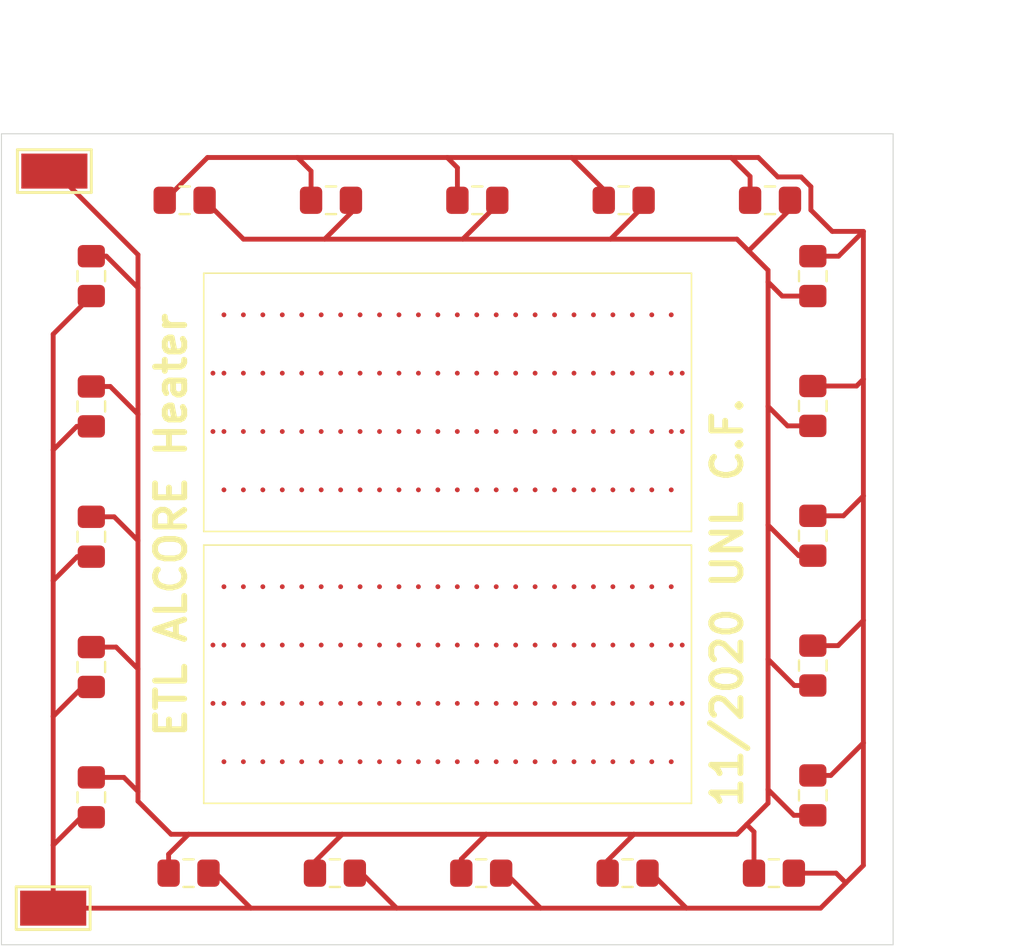
<source format=kicad_pcb>
(kicad_pcb (version 20171130) (host pcbnew "(5.1.6)-1")

  (general
    (thickness 1.6)
    (drawings 10)
    (tracks 132)
    (zones 0)
    (modules 25)
    (nets 3)
  )

  (page A4)
  (layers
    (0 F.Cu signal)
    (31 B.Cu signal)
    (32 B.Adhes user)
    (33 F.Adhes user)
    (34 B.Paste user)
    (35 F.Paste user)
    (36 B.SilkS user)
    (37 F.SilkS user)
    (38 B.Mask user)
    (39 F.Mask user)
    (40 Dwgs.User user)
    (41 Cmts.User user)
    (42 Eco1.User user)
    (43 Eco2.User user)
    (44 Edge.Cuts user)
    (45 Margin user)
    (46 B.CrtYd user)
    (47 F.CrtYd user)
    (48 B.Fab user)
    (49 F.Fab user hide)
  )

  (setup
    (last_trace_width 0.25)
    (trace_clearance 0.2)
    (zone_clearance 0.508)
    (zone_45_only no)
    (trace_min 0.2)
    (via_size 0.8)
    (via_drill 0.4)
    (via_min_size 0.4)
    (via_min_drill 0.3)
    (uvia_size 0.3)
    (uvia_drill 0.1)
    (uvias_allowed no)
    (uvia_min_size 0.2)
    (uvia_min_drill 0.1)
    (edge_width 0.05)
    (segment_width 0.2)
    (pcb_text_width 0.3)
    (pcb_text_size 1.5 1.5)
    (mod_edge_width 0.12)
    (mod_text_size 1 1)
    (mod_text_width 0.15)
    (pad_size 1.524 1.524)
    (pad_drill 0.762)
    (pad_to_mask_clearance 0.05)
    (aux_axis_origin 0 0)
    (grid_origin 114.75 115.5)
    (visible_elements 7FFFFFFF)
    (pcbplotparams
      (layerselection 0x010a8_7fffffff)
      (usegerberextensions false)
      (usegerberattributes true)
      (usegerberadvancedattributes true)
      (creategerberjobfile true)
      (excludeedgelayer true)
      (linewidth 0.100000)
      (plotframeref false)
      (viasonmask false)
      (mode 1)
      (useauxorigin false)
      (hpglpennumber 1)
      (hpglpenspeed 20)
      (hpglpendiameter 15.000000)
      (psnegative false)
      (psa4output false)
      (plotreference true)
      (plotvalue true)
      (plotinvisibletext false)
      (padsonsilk false)
      (subtractmaskfromsilk false)
      (outputformat 1)
      (mirror false)
      (drillshape 0)
      (scaleselection 1)
      (outputdirectory "fab outputs/"))
  )

  (net 0 "")
  (net 1 /VCC)
  (net 2 /GND)

  (net_class Default "This is the default net class."
    (clearance 0.2)
    (trace_width 0.25)
    (via_dia 0.8)
    (via_drill 0.4)
    (uvia_dia 0.3)
    (uvia_drill 0.1)
    (add_net /GND)
    (add_net /VCC)
  )

  (module Resistor_SMD:R_0805_2012Metric_Pad1.15x1.40mm_HandSolder (layer F.Cu) (tedit 5B36C52B) (tstamp 5F40DCA6)
    (at 58.05 93.4 270)
    (descr "Resistor SMD 0805 (2012 Metric), square (rectangular) end terminal, IPC_7351 nominal with elongated pad for handsoldering. (Body size source: https://docs.google.com/spreadsheets/d/1BsfQQcO9C6DZCsRaXUlFlo91Tg2WpOkGARC1WS5S8t0/edit?usp=sharing), generated with kicad-footprint-generator")
    (tags "resistor handsolder")
    (path /5F40EF19)
    (attr smd)
    (fp_text reference R19 (at 0 -1.65 90) (layer F.SilkS) hide
      (effects (font (size 1 1) (thickness 0.15)))
    )
    (fp_text value 50 (at 0 1.65 90) (layer F.Fab)
      (effects (font (size 1 1) (thickness 0.15)))
    )
    (fp_line (start -1 0.6) (end -1 -0.6) (layer F.Fab) (width 0.1))
    (fp_line (start -1 -0.6) (end 1 -0.6) (layer F.Fab) (width 0.1))
    (fp_line (start 1 -0.6) (end 1 0.6) (layer F.Fab) (width 0.1))
    (fp_line (start 1 0.6) (end -1 0.6) (layer F.Fab) (width 0.1))
    (fp_line (start -0.261252 -0.71) (end 0.261252 -0.71) (layer F.SilkS) (width 0.12))
    (fp_line (start -0.261252 0.71) (end 0.261252 0.71) (layer F.SilkS) (width 0.12))
    (fp_line (start -1.85 0.95) (end -1.85 -0.95) (layer F.CrtYd) (width 0.05))
    (fp_line (start -1.85 -0.95) (end 1.85 -0.95) (layer F.CrtYd) (width 0.05))
    (fp_line (start 1.85 -0.95) (end 1.85 0.95) (layer F.CrtYd) (width 0.05))
    (fp_line (start 1.85 0.95) (end -1.85 0.95) (layer F.CrtYd) (width 0.05))
    (fp_text user %R (at 0 0 90) (layer F.Fab)
      (effects (font (size 0.5 0.5) (thickness 0.08)))
    )
    (pad 2 smd roundrect (at 1.025 0 270) (size 1.15 1.4) (layers F.Cu F.Paste F.Mask) (roundrect_rratio 0.217391)
      (net 2 /GND))
    (pad 1 smd roundrect (at -1.025 0 270) (size 1.15 1.4) (layers F.Cu F.Paste F.Mask) (roundrect_rratio 0.217391)
      (net 1 /VCC))
    (model ${KISYS3DMOD}/Resistor_SMD.3dshapes/R_0805_2012Metric.wrl
      (at (xyz 0 0 0))
      (scale (xyz 1 1 1))
      (rotate (xyz 0 0 0))
    )
  )

  (module Resistor_SMD:R_0805_2012Metric_Pad1.15x1.40mm_HandSolder (layer F.Cu) (tedit 5B36C52B) (tstamp 5F40DC73)
    (at 58.05 86.7 270)
    (descr "Resistor SMD 0805 (2012 Metric), square (rectangular) end terminal, IPC_7351 nominal with elongated pad for handsoldering. (Body size source: https://docs.google.com/spreadsheets/d/1BsfQQcO9C6DZCsRaXUlFlo91Tg2WpOkGARC1WS5S8t0/edit?usp=sharing), generated with kicad-footprint-generator")
    (tags "resistor handsolder")
    (path /5F40E9EC)
    (attr smd)
    (fp_text reference R16 (at 0 -1.65 90) (layer F.SilkS) hide
      (effects (font (size 1 1) (thickness 0.15)))
    )
    (fp_text value 50 (at 0 1.65 90) (layer F.Fab)
      (effects (font (size 1 1) (thickness 0.15)))
    )
    (fp_line (start -1 0.6) (end -1 -0.6) (layer F.Fab) (width 0.1))
    (fp_line (start -1 -0.6) (end 1 -0.6) (layer F.Fab) (width 0.1))
    (fp_line (start 1 -0.6) (end 1 0.6) (layer F.Fab) (width 0.1))
    (fp_line (start 1 0.6) (end -1 0.6) (layer F.Fab) (width 0.1))
    (fp_line (start -0.261252 -0.71) (end 0.261252 -0.71) (layer F.SilkS) (width 0.12))
    (fp_line (start -0.261252 0.71) (end 0.261252 0.71) (layer F.SilkS) (width 0.12))
    (fp_line (start -1.85 0.95) (end -1.85 -0.95) (layer F.CrtYd) (width 0.05))
    (fp_line (start -1.85 -0.95) (end 1.85 -0.95) (layer F.CrtYd) (width 0.05))
    (fp_line (start 1.85 -0.95) (end 1.85 0.95) (layer F.CrtYd) (width 0.05))
    (fp_line (start 1.85 0.95) (end -1.85 0.95) (layer F.CrtYd) (width 0.05))
    (fp_text user %R (at 0 0 90) (layer F.Fab)
      (effects (font (size 0.5 0.5) (thickness 0.08)))
    )
    (pad 2 smd roundrect (at 1.025 0 270) (size 1.15 1.4) (layers F.Cu F.Paste F.Mask) (roundrect_rratio 0.217391)
      (net 2 /GND))
    (pad 1 smd roundrect (at -1.025 0 270) (size 1.15 1.4) (layers F.Cu F.Paste F.Mask) (roundrect_rratio 0.217391)
      (net 1 /VCC))
    (model ${KISYS3DMOD}/Resistor_SMD.3dshapes/R_0805_2012Metric.wrl
      (at (xyz 0 0 0))
      (scale (xyz 1 1 1))
      (rotate (xyz 0 0 0))
    )
  )

  (module Resistor_SMD:R_0805_2012Metric_Pad1.15x1.40mm_HandSolder (layer F.Cu) (tedit 5B36C52B) (tstamp 5F40DC62)
    (at 95.15 86.65 90)
    (descr "Resistor SMD 0805 (2012 Metric), square (rectangular) end terminal, IPC_7351 nominal with elongated pad for handsoldering. (Body size source: https://docs.google.com/spreadsheets/d/1BsfQQcO9C6DZCsRaXUlFlo91Tg2WpOkGARC1WS5S8t0/edit?usp=sharing), generated with kicad-footprint-generator")
    (tags "resistor handsolder")
    (path /5F40E9E6)
    (attr smd)
    (fp_text reference R15 (at 0 -1.65 90) (layer F.SilkS) hide
      (effects (font (size 1 1) (thickness 0.15)))
    )
    (fp_text value 50 (at 0 1.65 90) (layer F.Fab)
      (effects (font (size 1 1) (thickness 0.15)))
    )
    (fp_line (start -1 0.6) (end -1 -0.6) (layer F.Fab) (width 0.1))
    (fp_line (start -1 -0.6) (end 1 -0.6) (layer F.Fab) (width 0.1))
    (fp_line (start 1 -0.6) (end 1 0.6) (layer F.Fab) (width 0.1))
    (fp_line (start 1 0.6) (end -1 0.6) (layer F.Fab) (width 0.1))
    (fp_line (start -0.261252 -0.71) (end 0.261252 -0.71) (layer F.SilkS) (width 0.12))
    (fp_line (start -0.261252 0.71) (end 0.261252 0.71) (layer F.SilkS) (width 0.12))
    (fp_line (start -1.85 0.95) (end -1.85 -0.95) (layer F.CrtYd) (width 0.05))
    (fp_line (start -1.85 -0.95) (end 1.85 -0.95) (layer F.CrtYd) (width 0.05))
    (fp_line (start 1.85 -0.95) (end 1.85 0.95) (layer F.CrtYd) (width 0.05))
    (fp_line (start 1.85 0.95) (end -1.85 0.95) (layer F.CrtYd) (width 0.05))
    (fp_text user %R (at 0 0 90) (layer F.Fab)
      (effects (font (size 0.5 0.5) (thickness 0.08)))
    )
    (pad 2 smd roundrect (at 1.025 0 90) (size 1.15 1.4) (layers F.Cu F.Paste F.Mask) (roundrect_rratio 0.217391)
      (net 2 /GND))
    (pad 1 smd roundrect (at -1.025 0 90) (size 1.15 1.4) (layers F.Cu F.Paste F.Mask) (roundrect_rratio 0.217391)
      (net 1 /VCC))
    (model ${KISYS3DMOD}/Resistor_SMD.3dshapes/R_0805_2012Metric.wrl
      (at (xyz 0 0 0))
      (scale (xyz 1 1 1))
      (rotate (xyz 0 0 0))
    )
  )

  (module Resistor_SMD:R_0805_2012Metric_Pad1.15x1.40mm_HandSolder (layer F.Cu) (tedit 5B36C52B) (tstamp 5F40FD77)
    (at 95.15 79.975 270)
    (descr "Resistor SMD 0805 (2012 Metric), square (rectangular) end terminal, IPC_7351 nominal with elongated pad for handsoldering. (Body size source: https://docs.google.com/spreadsheets/d/1BsfQQcO9C6DZCsRaXUlFlo91Tg2WpOkGARC1WS5S8t0/edit?usp=sharing), generated with kicad-footprint-generator")
    (tags "resistor handsolder")
    (path /5F408D91)
    (attr smd)
    (fp_text reference R7 (at 0 -1.65 90) (layer F.SilkS) hide
      (effects (font (size 1 1) (thickness 0.15)))
    )
    (fp_text value 50 (at 0 1.65 90) (layer F.Fab)
      (effects (font (size 1 1) (thickness 0.15)))
    )
    (fp_line (start -1 0.6) (end -1 -0.6) (layer F.Fab) (width 0.1))
    (fp_line (start -1 -0.6) (end 1 -0.6) (layer F.Fab) (width 0.1))
    (fp_line (start 1 -0.6) (end 1 0.6) (layer F.Fab) (width 0.1))
    (fp_line (start 1 0.6) (end -1 0.6) (layer F.Fab) (width 0.1))
    (fp_line (start -0.261252 -0.71) (end 0.261252 -0.71) (layer F.SilkS) (width 0.12))
    (fp_line (start -0.261252 0.71) (end 0.261252 0.71) (layer F.SilkS) (width 0.12))
    (fp_line (start -1.85 0.95) (end -1.85 -0.95) (layer F.CrtYd) (width 0.05))
    (fp_line (start -1.85 -0.95) (end 1.85 -0.95) (layer F.CrtYd) (width 0.05))
    (fp_line (start 1.85 -0.95) (end 1.85 0.95) (layer F.CrtYd) (width 0.05))
    (fp_line (start 1.85 0.95) (end -1.85 0.95) (layer F.CrtYd) (width 0.05))
    (fp_text user %R (at 0 0 90) (layer F.Fab)
      (effects (font (size 0.5 0.5) (thickness 0.08)))
    )
    (pad 2 smd roundrect (at 1.025 0 270) (size 1.15 1.4) (layers F.Cu F.Paste F.Mask) (roundrect_rratio 0.217391)
      (net 1 /VCC))
    (pad 1 smd roundrect (at -1.025 0 270) (size 1.15 1.4) (layers F.Cu F.Paste F.Mask) (roundrect_rratio 0.217391)
      (net 2 /GND))
    (model ${KISYS3DMOD}/Resistor_SMD.3dshapes/R_0805_2012Metric.wrl
      (at (xyz 0 0 0))
      (scale (xyz 1 1 1))
      (rotate (xyz 0 0 0))
    )
  )

  (module unl_silab:ROC1_sans_wirebonds (layer F.Cu) (tedit 5F458789) (tstamp 5F408F0D)
    (at 63.87 86.39 90)
    (fp_text reference SEN2 (at 6.29 22.28 270) (layer F.SilkS) hide
      (effects (font (size 1 1) (thickness 0.15)))
    )
    (fp_text value ROC1_sans_wirebonds (at 6.33 25.95 90) (layer F.Fab)
      (effects (font (size 1 1) (thickness 0.15)))
    )
    (fp_line (start -0.04 -0.04) (end 13.24 -0.04) (layer F.SilkS) (width 0.08))
    (fp_line (start 13.24 -0.04) (end 13.24 25.04) (layer F.SilkS) (width 0.08))
    (fp_line (start 13.24 25.04) (end -0.04 25.04) (layer F.SilkS) (width 0.08))
    (fp_line (start -0.04 25.04) (end -0.04 -0.04) (layer F.SilkS) (width 0.08))
    (pad BB_4_0 smd roundrect (at 5.1 24.565 90) (size 0.25 0.25) (layers F.Cu F.Paste F.Mask) (roundrect_rratio 0.5)
      (solder_mask_margin 0.0635))
    (pad BB_4_1 smd roundrect (at 8.1 24.565 90) (size 0.25 0.25) (layers F.Cu F.Paste F.Mask) (roundrect_rratio 0.5)
      (solder_mask_margin 0.0635))
    (pad BB_1_1 smd roundrect (at 8.1 0.435 90) (size 0.25 0.25) (layers F.Cu F.Paste F.Mask) (roundrect_rratio 0.5)
      (solder_mask_margin 0.0635))
    (pad BB_1_0 smd roundrect (at 5.1 0.435 90) (size 0.25 0.25) (layers F.Cu F.Paste F.Mask) (roundrect_rratio 0.5)
      (solder_mask_margin 0.0635))
    (pad BB_7_20 smd roundrect (at 5.1 21 90) (size 0.25 0.25) (layers F.Cu F.Paste F.Mask) (roundrect_rratio 0.5)
      (solder_mask_margin 0.0635))
    (pad BB_6_10 smd roundrect (at 2.1 11 90) (size 0.25 0.25) (layers F.Cu F.Paste F.Mask) (roundrect_rratio 0.5)
      (solder_mask_margin 0.0635))
    (pad BB_6_8 smd roundrect (at 2.1 9 90) (size 0.25 0.25) (layers F.Cu F.Paste F.Mask) (roundrect_rratio 0.5)
      (solder_mask_margin 0.0635))
    (pad BB_6_19 smd roundrect (at 2.1 20 90) (size 0.25 0.25) (layers F.Cu F.Paste F.Mask) (roundrect_rratio 0.5)
      (solder_mask_margin 0.0635))
    (pad BB_7_5 smd roundrect (at 5.1 6 90) (size 0.25 0.25) (layers F.Cu F.Paste F.Mask) (roundrect_rratio 0.5)
      (solder_mask_margin 0.0635))
    (pad BB_7_11 smd roundrect (at 5.1 12 90) (size 0.25 0.25) (layers F.Cu F.Paste F.Mask) (roundrect_rratio 0.5)
      (solder_mask_margin 0.0635))
    (pad BB_7_14 smd roundrect (at 5.1 15 90) (size 0.25 0.25) (layers F.Cu F.Paste F.Mask) (roundrect_rratio 0.5)
      (solder_mask_margin 0.0635))
    (pad BB_7_21 smd roundrect (at 5.1 22 90) (size 0.25 0.25) (layers F.Cu F.Paste F.Mask) (roundrect_rratio 0.5)
      (solder_mask_margin 0.0635))
    (pad BB_7_23 smd roundrect (at 5.1 24 90) (size 0.25 0.25) (layers F.Cu F.Paste F.Mask) (roundrect_rratio 0.5)
      (solder_mask_margin 0.0635))
    (pad BB_8_2 smd roundrect (at 8.1 3 90) (size 0.25 0.25) (layers F.Cu F.Paste F.Mask) (roundrect_rratio 0.5)
      (solder_mask_margin 0.0635))
    (pad BB_8_3 smd roundrect (at 8.1 4 90) (size 0.25 0.25) (layers F.Cu F.Paste F.Mask) (roundrect_rratio 0.5)
      (solder_mask_margin 0.0635))
    (pad BB_8_4 smd roundrect (at 8.1 5 90) (size 0.25 0.25) (layers F.Cu F.Paste F.Mask) (roundrect_rratio 0.5)
      (solder_mask_margin 0.0635))
    (pad BB_6_1 smd roundrect (at 2.1 2 90) (size 0.25 0.25) (layers F.Cu F.Paste F.Mask) (roundrect_rratio 0.5)
      (solder_mask_margin 0.0635))
    (pad BB_6_3 smd roundrect (at 2.1 4 90) (size 0.25 0.25) (layers F.Cu F.Paste F.Mask) (roundrect_rratio 0.5)
      (solder_mask_margin 0.0635))
    (pad BB_6_18 smd roundrect (at 2.1 19 90) (size 0.25 0.25) (layers F.Cu F.Paste F.Mask) (roundrect_rratio 0.5)
      (solder_mask_margin 0.0635))
    (pad BB_6_9 smd roundrect (at 2.1 10 90) (size 0.25 0.25) (layers F.Cu F.Paste F.Mask) (roundrect_rratio 0.5)
      (solder_mask_margin 0.0635))
    (pad BB_7_18 smd roundrect (at 5.1 19 90) (size 0.25 0.25) (layers F.Cu F.Paste F.Mask) (roundrect_rratio 0.5)
      (solder_mask_margin 0.0635))
    (pad BB_6_7 smd roundrect (at 2.1 8 90) (size 0.25 0.25) (layers F.Cu F.Paste F.Mask) (roundrect_rratio 0.5)
      (solder_mask_margin 0.0635))
    (pad BB_7_3 smd roundrect (at 5.1 4 90) (size 0.25 0.25) (layers F.Cu F.Paste F.Mask) (roundrect_rratio 0.5)
      (solder_mask_margin 0.0635))
    (pad BB_7_12 smd roundrect (at 5.1 13 90) (size 0.25 0.25) (layers F.Cu F.Paste F.Mask) (roundrect_rratio 0.5)
      (solder_mask_margin 0.0635))
    (pad BB_7_1 smd roundrect (at 5.1 2 90) (size 0.25 0.25) (layers F.Cu F.Paste F.Mask) (roundrect_rratio 0.5)
      (solder_mask_margin 0.0635))
    (pad BB_6_12 smd roundrect (at 2.1 13 90) (size 0.25 0.25) (layers F.Cu F.Paste F.Mask) (roundrect_rratio 0.5)
      (solder_mask_margin 0.0635))
    (pad BB_7_22 smd roundrect (at 5.1 23 90) (size 0.25 0.25) (layers F.Cu F.Paste F.Mask) (roundrect_rratio 0.5)
      (solder_mask_margin 0.0635))
    (pad BB_7_9 smd roundrect (at 5.1 10 90) (size 0.25 0.25) (layers F.Cu F.Paste F.Mask) (roundrect_rratio 0.5)
      (solder_mask_margin 0.0635))
    (pad BB_8_5 smd roundrect (at 8.1 6 90) (size 0.25 0.25) (layers F.Cu F.Paste F.Mask) (roundrect_rratio 0.5)
      (solder_mask_margin 0.0635))
    (pad BB_6_15 smd roundrect (at 2.1 16 90) (size 0.25 0.25) (layers F.Cu F.Paste F.Mask) (roundrect_rratio 0.5)
      (solder_mask_margin 0.0635))
    (pad BB_8_6 smd roundrect (at 8.1 7 90) (size 0.25 0.25) (layers F.Cu F.Paste F.Mask) (roundrect_rratio 0.5)
      (solder_mask_margin 0.0635))
    (pad BB_8_7 smd roundrect (at 8.1 8 90) (size 0.25 0.25) (layers F.Cu F.Paste F.Mask) (roundrect_rratio 0.5)
      (solder_mask_margin 0.0635))
    (pad BB_7_4 smd roundrect (at 5.1 5 90) (size 0.25 0.25) (layers F.Cu F.Paste F.Mask) (roundrect_rratio 0.5)
      (solder_mask_margin 0.0635))
    (pad BB_7_13 smd roundrect (at 5.1 14 90) (size 0.25 0.25) (layers F.Cu F.Paste F.Mask) (roundrect_rratio 0.5)
      (solder_mask_margin 0.0635))
    (pad BB_6_13 smd roundrect (at 2.1 14 90) (size 0.25 0.25) (layers F.Cu F.Paste F.Mask) (roundrect_rratio 0.5)
      (solder_mask_margin 0.0635))
    (pad BB_7_7 smd roundrect (at 5.1 8 90) (size 0.25 0.25) (layers F.Cu F.Paste F.Mask) (roundrect_rratio 0.5)
      (solder_mask_margin 0.0635))
    (pad BB_8_8 smd roundrect (at 8.1 9 90) (size 0.25 0.25) (layers F.Cu F.Paste F.Mask) (roundrect_rratio 0.5)
      (solder_mask_margin 0.0635))
    (pad BB_8_9 smd roundrect (at 8.1 10 90) (size 0.25 0.25) (layers F.Cu F.Paste F.Mask) (roundrect_rratio 0.5)
      (solder_mask_margin 0.0635))
    (pad BB_6_17 smd roundrect (at 2.1 18 90) (size 0.25 0.25) (layers F.Cu F.Paste F.Mask) (roundrect_rratio 0.5)
      (solder_mask_margin 0.0635))
    (pad BB_6_2 smd roundrect (at 2.1 3 90) (size 0.25 0.25) (layers F.Cu F.Paste F.Mask) (roundrect_rratio 0.5)
      (solder_mask_margin 0.0635))
    (pad BB_6_20 smd roundrect (at 2.1 21 90) (size 0.25 0.25) (layers F.Cu F.Paste F.Mask) (roundrect_rratio 0.5)
      (solder_mask_margin 0.0635))
    (pad BB_8_0 smd roundrect (at 8.1 1 90) (size 0.25 0.25) (layers F.Cu F.Paste F.Mask) (roundrect_rratio 0.5)
      (solder_mask_margin 0.0635))
    (pad BB_6_21 smd roundrect (at 2.1 22 90) (size 0.25 0.25) (layers F.Cu F.Paste F.Mask) (roundrect_rratio 0.5)
      (solder_mask_margin 0.0635))
    (pad BB_7_10 smd roundrect (at 5.1 11 90) (size 0.25 0.25) (layers F.Cu F.Paste F.Mask) (roundrect_rratio 0.5)
      (solder_mask_margin 0.0635))
    (pad BB_6_22 smd roundrect (at 2.1 23 90) (size 0.25 0.25) (layers F.Cu F.Paste F.Mask) (roundrect_rratio 0.5)
      (solder_mask_margin 0.0635))
    (pad BB_6_4 smd roundrect (at 2.1 5 90) (size 0.25 0.25) (layers F.Cu F.Paste F.Mask) (roundrect_rratio 0.5)
      (solder_mask_margin 0.0635))
    (pad BB_6_5 smd roundrect (at 2.1 6 90) (size 0.25 0.25) (layers F.Cu F.Paste F.Mask) (roundrect_rratio 0.5)
      (solder_mask_margin 0.0635))
    (pad BB_6_11 smd roundrect (at 2.1 12 90) (size 0.25 0.25) (layers F.Cu F.Paste F.Mask) (roundrect_rratio 0.5)
      (solder_mask_margin 0.0635))
    (pad BB_6_23 smd roundrect (at 2.1 24 90) (size 0.25 0.25) (layers F.Cu F.Paste F.Mask) (roundrect_rratio 0.5)
      (solder_mask_margin 0.0635))
    (pad BB_7_2 smd roundrect (at 5.1 3 90) (size 0.25 0.25) (layers F.Cu F.Paste F.Mask) (roundrect_rratio 0.5)
      (solder_mask_margin 0.0635))
    (pad BB_7_8 smd roundrect (at 5.1 9 90) (size 0.25 0.25) (layers F.Cu F.Paste F.Mask) (roundrect_rratio 0.5)
      (solder_mask_margin 0.0635))
    (pad BB_7_15 smd roundrect (at 5.1 16 90) (size 0.25 0.25) (layers F.Cu F.Paste F.Mask) (roundrect_rratio 0.5)
      (solder_mask_margin 0.0635))
    (pad BB_6_0 smd roundrect (at 2.1 1 90) (size 0.25 0.25) (layers F.Cu F.Paste F.Mask) (roundrect_rratio 0.5)
      (solder_mask_margin 0.0635))
    (pad BB_7_17 smd roundrect (at 5.1 18 90) (size 0.25 0.25) (layers F.Cu F.Paste F.Mask) (roundrect_rratio 0.5)
      (solder_mask_margin 0.0635))
    (pad BB_7_19 smd roundrect (at 5.1 20 90) (size 0.25 0.25) (layers F.Cu F.Paste F.Mask) (roundrect_rratio 0.5)
      (solder_mask_margin 0.0635))
    (pad BB_8_1 smd roundrect (at 8.1 2 90) (size 0.25 0.25) (layers F.Cu F.Paste F.Mask) (roundrect_rratio 0.5)
      (solder_mask_margin 0.0635))
    (pad BB_7_0 smd roundrect (at 5.1 1 90) (size 0.25 0.25) (layers F.Cu F.Paste F.Mask) (roundrect_rratio 0.5)
      (solder_mask_margin 0.0635))
    (pad BB_6_6 smd roundrect (at 2.1 7 90) (size 0.25 0.25) (layers F.Cu F.Paste F.Mask) (roundrect_rratio 0.5)
      (solder_mask_margin 0.0635))
    (pad BB_6_14 smd roundrect (at 2.1 15 90) (size 0.25 0.25) (layers F.Cu F.Paste F.Mask) (roundrect_rratio 0.5)
      (solder_mask_margin 0.0635))
    (pad BB_6_16 smd roundrect (at 2.1 17 90) (size 0.25 0.25) (layers F.Cu F.Paste F.Mask) (roundrect_rratio 0.5)
      (solder_mask_margin 0.0635))
    (pad BB_7_6 smd roundrect (at 5.1 7 90) (size 0.25 0.25) (layers F.Cu F.Paste F.Mask) (roundrect_rratio 0.5)
      (solder_mask_margin 0.0635))
    (pad BB_7_16 smd roundrect (at 5.1 17 90) (size 0.25 0.25) (layers F.Cu F.Paste F.Mask) (roundrect_rratio 0.5)
      (solder_mask_margin 0.0635))
    (pad BB_9_16 smd roundrect (at 11.1 17 90) (size 0.25 0.25) (layers F.Cu F.Paste F.Mask) (roundrect_rratio 0.5)
      (solder_mask_margin 0.0635))
    (pad BB_9_6 smd roundrect (at 11.1 7 90) (size 0.25 0.25) (layers F.Cu F.Paste F.Mask) (roundrect_rratio 0.5)
      (solder_mask_margin 0.0635))
    (pad BB_9_1 smd roundrect (at 11.1 2 90) (size 0.25 0.25) (layers F.Cu F.Paste F.Mask) (roundrect_rratio 0.5)
      (solder_mask_margin 0.0635))
    (pad BB_8_20 smd roundrect (at 8.1 21 90) (size 0.25 0.25) (layers F.Cu F.Paste F.Mask) (roundrect_rratio 0.5)
      (solder_mask_margin 0.0635))
    (pad BB_9_8 smd roundrect (at 11.1 9 90) (size 0.25 0.25) (layers F.Cu F.Paste F.Mask) (roundrect_rratio 0.5)
      (solder_mask_margin 0.0635))
    (pad BB_9_22 smd roundrect (at 11.1 23 90) (size 0.25 0.25) (layers F.Cu F.Paste F.Mask) (roundrect_rratio 0.5)
      (solder_mask_margin 0.0635))
    (pad BB_8_19 smd roundrect (at 8.1 20 90) (size 0.25 0.25) (layers F.Cu F.Paste F.Mask) (roundrect_rratio 0.5)
      (solder_mask_margin 0.0635))
    (pad BB_9_2 smd roundrect (at 11.1 3 90) (size 0.25 0.25) (layers F.Cu F.Paste F.Mask) (roundrect_rratio 0.5)
      (solder_mask_margin 0.0635))
    (pad BB_9_12 smd roundrect (at 11.1 13 90) (size 0.25 0.25) (layers F.Cu F.Paste F.Mask) (roundrect_rratio 0.5)
      (solder_mask_margin 0.0635))
    (pad BB_8_10 smd roundrect (at 8.1 11 90) (size 0.25 0.25) (layers F.Cu F.Paste F.Mask) (roundrect_rratio 0.5)
      (solder_mask_margin 0.0635))
    (pad BB_9_21 smd roundrect (at 11.1 22 90) (size 0.25 0.25) (layers F.Cu F.Paste F.Mask) (roundrect_rratio 0.5)
      (solder_mask_margin 0.0635))
    (pad BB_8_16 smd roundrect (at 8.1 17 90) (size 0.25 0.25) (layers F.Cu F.Paste F.Mask) (roundrect_rratio 0.5)
      (solder_mask_margin 0.0635))
    (pad BB_8_22 smd roundrect (at 8.1 23 90) (size 0.25 0.25) (layers F.Cu F.Paste F.Mask) (roundrect_rratio 0.5)
      (solder_mask_margin 0.0635))
    (pad BB_8_13 smd roundrect (at 8.1 14 90) (size 0.25 0.25) (layers F.Cu F.Paste F.Mask) (roundrect_rratio 0.5)
      (solder_mask_margin 0.0635))
    (pad BB_8_14 smd roundrect (at 8.1 15 90) (size 0.25 0.25) (layers F.Cu F.Paste F.Mask) (roundrect_rratio 0.5)
      (solder_mask_margin 0.0635))
    (pad BB_8_21 smd roundrect (at 8.1 22 90) (size 0.25 0.25) (layers F.Cu F.Paste F.Mask) (roundrect_rratio 0.5)
      (solder_mask_margin 0.0635))
    (pad BB_9_0 smd roundrect (at 11.1 1 90) (size 0.25 0.25) (layers F.Cu F.Paste F.Mask) (roundrect_rratio 0.5)
      (solder_mask_margin 0.0635))
    (pad BB_9_4 smd roundrect (at 11.1 5 90) (size 0.25 0.25) (layers F.Cu F.Paste F.Mask) (roundrect_rratio 0.5)
      (solder_mask_margin 0.0635))
    (pad BB_9_17 smd roundrect (at 11.1 18 90) (size 0.25 0.25) (layers F.Cu F.Paste F.Mask) (roundrect_rratio 0.5)
      (solder_mask_margin 0.0635))
    (pad BB_9_3 smd roundrect (at 11.1 4 90) (size 0.25 0.25) (layers F.Cu F.Paste F.Mask) (roundrect_rratio 0.5)
      (solder_mask_margin 0.0635))
    (pad BB_8_11 smd roundrect (at 8.1 12 90) (size 0.25 0.25) (layers F.Cu F.Paste F.Mask) (roundrect_rratio 0.5)
      (solder_mask_margin 0.0635))
    (pad BB_9_19 smd roundrect (at 11.1 20 90) (size 0.25 0.25) (layers F.Cu F.Paste F.Mask) (roundrect_rratio 0.5)
      (solder_mask_margin 0.0635))
    (pad BB_9_7 smd roundrect (at 11.1 8 90) (size 0.25 0.25) (layers F.Cu F.Paste F.Mask) (roundrect_rratio 0.5)
      (solder_mask_margin 0.0635))
    (pad BB_8_18 smd roundrect (at 8.1 19 90) (size 0.25 0.25) (layers F.Cu F.Paste F.Mask) (roundrect_rratio 0.5)
      (solder_mask_margin 0.0635))
    (pad BB_9_5 smd roundrect (at 11.1 6 90) (size 0.25 0.25) (layers F.Cu F.Paste F.Mask) (roundrect_rratio 0.5)
      (solder_mask_margin 0.0635))
    (pad BB_9_11 smd roundrect (at 11.1 12 90) (size 0.25 0.25) (layers F.Cu F.Paste F.Mask) (roundrect_rratio 0.5)
      (solder_mask_margin 0.0635))
    (pad BB_9_18 smd roundrect (at 11.1 19 90) (size 0.25 0.25) (layers F.Cu F.Paste F.Mask) (roundrect_rratio 0.5)
      (solder_mask_margin 0.0635))
    (pad BB_9_13 smd roundrect (at 11.1 14 90) (size 0.25 0.25) (layers F.Cu F.Paste F.Mask) (roundrect_rratio 0.5)
      (solder_mask_margin 0.0635))
    (pad BB_9_20 smd roundrect (at 11.1 21 90) (size 0.25 0.25) (layers F.Cu F.Paste F.Mask) (roundrect_rratio 0.5)
      (solder_mask_margin 0.0635))
    (pad BB_9_14 smd roundrect (at 11.1 15 90) (size 0.25 0.25) (layers F.Cu F.Paste F.Mask) (roundrect_rratio 0.5)
      (solder_mask_margin 0.0635))
    (pad BB_9_10 smd roundrect (at 11.1 11 90) (size 0.25 0.25) (layers F.Cu F.Paste F.Mask) (roundrect_rratio 0.5)
      (solder_mask_margin 0.0635))
    (pad BB_8_17 smd roundrect (at 8.1 18 90) (size 0.25 0.25) (layers F.Cu F.Paste F.Mask) (roundrect_rratio 0.5)
      (solder_mask_margin 0.0635))
    (pad BB_8_12 smd roundrect (at 8.1 13 90) (size 0.25 0.25) (layers F.Cu F.Paste F.Mask) (roundrect_rratio 0.5)
      (solder_mask_margin 0.0635))
    (pad BB_9_9 smd roundrect (at 11.1 10 90) (size 0.25 0.25) (layers F.Cu F.Paste F.Mask) (roundrect_rratio 0.5)
      (solder_mask_margin 0.0635))
    (pad BB_8_23 smd roundrect (at 8.1 24 90) (size 0.25 0.25) (layers F.Cu F.Paste F.Mask) (roundrect_rratio 0.5)
      (solder_mask_margin 0.0635))
    (pad BB_9_15 smd roundrect (at 11.1 16 90) (size 0.25 0.25) (layers F.Cu F.Paste F.Mask) (roundrect_rratio 0.5)
      (solder_mask_margin 0.0635))
    (pad BB_9_23 smd roundrect (at 11.1 24 90) (size 0.25 0.25) (layers F.Cu F.Paste F.Mask) (roundrect_rratio 0.5)
      (solder_mask_margin 0.0635))
    (pad BB_8_15 smd roundrect (at 8.1 16 90) (size 0.25 0.25) (layers F.Cu F.Paste F.Mask) (roundrect_rratio 0.5)
      (solder_mask_margin 0.0635))
  )

  (module unl_silab:ROC1_sans_wirebonds (layer F.Cu) (tedit 5F458789) (tstamp 5F409A03)
    (at 63.87 100.37 90)
    (fp_text reference SEN5 (at 7.07 22.48 270) (layer F.SilkS) hide
      (effects (font (size 1 1) (thickness 0.15)))
    )
    (fp_text value ROC1_sans_wirebonds (at 6.33 25.95 90) (layer F.Fab)
      (effects (font (size 1 1) (thickness 0.15)))
    )
    (fp_line (start -0.04 -0.04) (end 13.24 -0.04) (layer F.SilkS) (width 0.08))
    (fp_line (start 13.24 -0.04) (end 13.24 25.04) (layer F.SilkS) (width 0.08))
    (fp_line (start 13.24 25.04) (end -0.04 25.04) (layer F.SilkS) (width 0.08))
    (fp_line (start -0.04 25.04) (end -0.04 -0.04) (layer F.SilkS) (width 0.08))
    (pad BB_4_0 smd roundrect (at 5.1 24.565 90) (size 0.25 0.25) (layers F.Cu F.Paste F.Mask) (roundrect_rratio 0.5)
      (solder_mask_margin 0.0635))
    (pad BB_4_1 smd roundrect (at 8.1 24.565 90) (size 0.25 0.25) (layers F.Cu F.Paste F.Mask) (roundrect_rratio 0.5)
      (solder_mask_margin 0.0635))
    (pad BB_1_1 smd roundrect (at 8.1 0.435 90) (size 0.25 0.25) (layers F.Cu F.Paste F.Mask) (roundrect_rratio 0.5)
      (solder_mask_margin 0.0635))
    (pad BB_1_0 smd roundrect (at 5.1 0.435 90) (size 0.25 0.25) (layers F.Cu F.Paste F.Mask) (roundrect_rratio 0.5)
      (solder_mask_margin 0.0635))
    (pad BB_7_20 smd roundrect (at 5.1 21 90) (size 0.25 0.25) (layers F.Cu F.Paste F.Mask) (roundrect_rratio 0.5)
      (solder_mask_margin 0.0635))
    (pad BB_6_10 smd roundrect (at 2.1 11 90) (size 0.25 0.25) (layers F.Cu F.Paste F.Mask) (roundrect_rratio 0.5)
      (solder_mask_margin 0.0635))
    (pad BB_6_8 smd roundrect (at 2.1 9 90) (size 0.25 0.25) (layers F.Cu F.Paste F.Mask) (roundrect_rratio 0.5)
      (solder_mask_margin 0.0635))
    (pad BB_6_19 smd roundrect (at 2.1 20 90) (size 0.25 0.25) (layers F.Cu F.Paste F.Mask) (roundrect_rratio 0.5)
      (solder_mask_margin 0.0635))
    (pad BB_7_5 smd roundrect (at 5.1 6 90) (size 0.25 0.25) (layers F.Cu F.Paste F.Mask) (roundrect_rratio 0.5)
      (solder_mask_margin 0.0635))
    (pad BB_7_11 smd roundrect (at 5.1 12 90) (size 0.25 0.25) (layers F.Cu F.Paste F.Mask) (roundrect_rratio 0.5)
      (solder_mask_margin 0.0635))
    (pad BB_7_14 smd roundrect (at 5.1 15 90) (size 0.25 0.25) (layers F.Cu F.Paste F.Mask) (roundrect_rratio 0.5)
      (solder_mask_margin 0.0635))
    (pad BB_7_21 smd roundrect (at 5.1 22 90) (size 0.25 0.25) (layers F.Cu F.Paste F.Mask) (roundrect_rratio 0.5)
      (solder_mask_margin 0.0635))
    (pad BB_7_23 smd roundrect (at 5.1 24 90) (size 0.25 0.25) (layers F.Cu F.Paste F.Mask) (roundrect_rratio 0.5)
      (solder_mask_margin 0.0635))
    (pad BB_8_2 smd roundrect (at 8.1 3 90) (size 0.25 0.25) (layers F.Cu F.Paste F.Mask) (roundrect_rratio 0.5)
      (solder_mask_margin 0.0635))
    (pad BB_8_3 smd roundrect (at 8.1 4 90) (size 0.25 0.25) (layers F.Cu F.Paste F.Mask) (roundrect_rratio 0.5)
      (solder_mask_margin 0.0635))
    (pad BB_8_4 smd roundrect (at 8.1 5 90) (size 0.25 0.25) (layers F.Cu F.Paste F.Mask) (roundrect_rratio 0.5)
      (solder_mask_margin 0.0635))
    (pad BB_6_1 smd roundrect (at 2.1 2 90) (size 0.25 0.25) (layers F.Cu F.Paste F.Mask) (roundrect_rratio 0.5)
      (solder_mask_margin 0.0635))
    (pad BB_6_3 smd roundrect (at 2.1 4 90) (size 0.25 0.25) (layers F.Cu F.Paste F.Mask) (roundrect_rratio 0.5)
      (solder_mask_margin 0.0635))
    (pad BB_6_18 smd roundrect (at 2.1 19 90) (size 0.25 0.25) (layers F.Cu F.Paste F.Mask) (roundrect_rratio 0.5)
      (solder_mask_margin 0.0635))
    (pad BB_6_9 smd roundrect (at 2.1 10 90) (size 0.25 0.25) (layers F.Cu F.Paste F.Mask) (roundrect_rratio 0.5)
      (solder_mask_margin 0.0635))
    (pad BB_7_18 smd roundrect (at 5.1 19 90) (size 0.25 0.25) (layers F.Cu F.Paste F.Mask) (roundrect_rratio 0.5)
      (solder_mask_margin 0.0635))
    (pad BB_6_7 smd roundrect (at 2.1 8 90) (size 0.25 0.25) (layers F.Cu F.Paste F.Mask) (roundrect_rratio 0.5)
      (solder_mask_margin 0.0635))
    (pad BB_7_3 smd roundrect (at 5.1 4 90) (size 0.25 0.25) (layers F.Cu F.Paste F.Mask) (roundrect_rratio 0.5)
      (solder_mask_margin 0.0635))
    (pad BB_7_12 smd roundrect (at 5.1 13 90) (size 0.25 0.25) (layers F.Cu F.Paste F.Mask) (roundrect_rratio 0.5)
      (solder_mask_margin 0.0635))
    (pad BB_7_1 smd roundrect (at 5.1 2 90) (size 0.25 0.25) (layers F.Cu F.Paste F.Mask) (roundrect_rratio 0.5)
      (solder_mask_margin 0.0635))
    (pad BB_6_12 smd roundrect (at 2.1 13 90) (size 0.25 0.25) (layers F.Cu F.Paste F.Mask) (roundrect_rratio 0.5)
      (solder_mask_margin 0.0635))
    (pad BB_7_22 smd roundrect (at 5.1 23 90) (size 0.25 0.25) (layers F.Cu F.Paste F.Mask) (roundrect_rratio 0.5)
      (solder_mask_margin 0.0635))
    (pad BB_7_9 smd roundrect (at 5.1 10 90) (size 0.25 0.25) (layers F.Cu F.Paste F.Mask) (roundrect_rratio 0.5)
      (solder_mask_margin 0.0635))
    (pad BB_8_5 smd roundrect (at 8.1 6 90) (size 0.25 0.25) (layers F.Cu F.Paste F.Mask) (roundrect_rratio 0.5)
      (solder_mask_margin 0.0635))
    (pad BB_6_15 smd roundrect (at 2.1 16 90) (size 0.25 0.25) (layers F.Cu F.Paste F.Mask) (roundrect_rratio 0.5)
      (solder_mask_margin 0.0635))
    (pad BB_8_6 smd roundrect (at 8.1 7 90) (size 0.25 0.25) (layers F.Cu F.Paste F.Mask) (roundrect_rratio 0.5)
      (solder_mask_margin 0.0635))
    (pad BB_8_7 smd roundrect (at 8.1 8 90) (size 0.25 0.25) (layers F.Cu F.Paste F.Mask) (roundrect_rratio 0.5)
      (solder_mask_margin 0.0635))
    (pad BB_7_4 smd roundrect (at 5.1 5 90) (size 0.25 0.25) (layers F.Cu F.Paste F.Mask) (roundrect_rratio 0.5)
      (solder_mask_margin 0.0635))
    (pad BB_7_13 smd roundrect (at 5.1 14 90) (size 0.25 0.25) (layers F.Cu F.Paste F.Mask) (roundrect_rratio 0.5)
      (solder_mask_margin 0.0635))
    (pad BB_6_13 smd roundrect (at 2.1 14 90) (size 0.25 0.25) (layers F.Cu F.Paste F.Mask) (roundrect_rratio 0.5)
      (solder_mask_margin 0.0635))
    (pad BB_7_7 smd roundrect (at 5.1 8 90) (size 0.25 0.25) (layers F.Cu F.Paste F.Mask) (roundrect_rratio 0.5)
      (solder_mask_margin 0.0635))
    (pad BB_8_8 smd roundrect (at 8.1 9 90) (size 0.25 0.25) (layers F.Cu F.Paste F.Mask) (roundrect_rratio 0.5)
      (solder_mask_margin 0.0635))
    (pad BB_8_9 smd roundrect (at 8.1 10 90) (size 0.25 0.25) (layers F.Cu F.Paste F.Mask) (roundrect_rratio 0.5)
      (solder_mask_margin 0.0635))
    (pad BB_6_17 smd roundrect (at 2.1 18 90) (size 0.25 0.25) (layers F.Cu F.Paste F.Mask) (roundrect_rratio 0.5)
      (solder_mask_margin 0.0635))
    (pad BB_6_2 smd roundrect (at 2.1 3 90) (size 0.25 0.25) (layers F.Cu F.Paste F.Mask) (roundrect_rratio 0.5)
      (solder_mask_margin 0.0635))
    (pad BB_6_20 smd roundrect (at 2.1 21 90) (size 0.25 0.25) (layers F.Cu F.Paste F.Mask) (roundrect_rratio 0.5)
      (solder_mask_margin 0.0635))
    (pad BB_8_0 smd roundrect (at 8.1 1 90) (size 0.25 0.25) (layers F.Cu F.Paste F.Mask) (roundrect_rratio 0.5)
      (solder_mask_margin 0.0635))
    (pad BB_6_21 smd roundrect (at 2.1 22 90) (size 0.25 0.25) (layers F.Cu F.Paste F.Mask) (roundrect_rratio 0.5)
      (solder_mask_margin 0.0635))
    (pad BB_7_10 smd roundrect (at 5.1 11 90) (size 0.25 0.25) (layers F.Cu F.Paste F.Mask) (roundrect_rratio 0.5)
      (solder_mask_margin 0.0635))
    (pad BB_6_22 smd roundrect (at 2.1 23 90) (size 0.25 0.25) (layers F.Cu F.Paste F.Mask) (roundrect_rratio 0.5)
      (solder_mask_margin 0.0635))
    (pad BB_6_4 smd roundrect (at 2.1 5 90) (size 0.25 0.25) (layers F.Cu F.Paste F.Mask) (roundrect_rratio 0.5)
      (solder_mask_margin 0.0635))
    (pad BB_6_5 smd roundrect (at 2.1 6 90) (size 0.25 0.25) (layers F.Cu F.Paste F.Mask) (roundrect_rratio 0.5)
      (solder_mask_margin 0.0635))
    (pad BB_6_11 smd roundrect (at 2.1 12 90) (size 0.25 0.25) (layers F.Cu F.Paste F.Mask) (roundrect_rratio 0.5)
      (solder_mask_margin 0.0635))
    (pad BB_6_23 smd roundrect (at 2.1 24 90) (size 0.25 0.25) (layers F.Cu F.Paste F.Mask) (roundrect_rratio 0.5)
      (solder_mask_margin 0.0635))
    (pad BB_7_2 smd roundrect (at 5.1 3 90) (size 0.25 0.25) (layers F.Cu F.Paste F.Mask) (roundrect_rratio 0.5)
      (solder_mask_margin 0.0635))
    (pad BB_7_8 smd roundrect (at 5.1 9 90) (size 0.25 0.25) (layers F.Cu F.Paste F.Mask) (roundrect_rratio 0.5)
      (solder_mask_margin 0.0635))
    (pad BB_7_15 smd roundrect (at 5.1 16 90) (size 0.25 0.25) (layers F.Cu F.Paste F.Mask) (roundrect_rratio 0.5)
      (solder_mask_margin 0.0635))
    (pad BB_6_0 smd roundrect (at 2.1 1 90) (size 0.25 0.25) (layers F.Cu F.Paste F.Mask) (roundrect_rratio 0.5)
      (solder_mask_margin 0.0635))
    (pad BB_7_17 smd roundrect (at 5.1 18 90) (size 0.25 0.25) (layers F.Cu F.Paste F.Mask) (roundrect_rratio 0.5)
      (solder_mask_margin 0.0635))
    (pad BB_7_19 smd roundrect (at 5.1 20 90) (size 0.25 0.25) (layers F.Cu F.Paste F.Mask) (roundrect_rratio 0.5)
      (solder_mask_margin 0.0635))
    (pad BB_8_1 smd roundrect (at 8.1 2 90) (size 0.25 0.25) (layers F.Cu F.Paste F.Mask) (roundrect_rratio 0.5)
      (solder_mask_margin 0.0635))
    (pad BB_7_0 smd roundrect (at 5.1 1 90) (size 0.25 0.25) (layers F.Cu F.Paste F.Mask) (roundrect_rratio 0.5)
      (solder_mask_margin 0.0635))
    (pad BB_6_6 smd roundrect (at 2.1 7 90) (size 0.25 0.25) (layers F.Cu F.Paste F.Mask) (roundrect_rratio 0.5)
      (solder_mask_margin 0.0635))
    (pad BB_6_14 smd roundrect (at 2.1 15 90) (size 0.25 0.25) (layers F.Cu F.Paste F.Mask) (roundrect_rratio 0.5)
      (solder_mask_margin 0.0635))
    (pad BB_6_16 smd roundrect (at 2.1 17 90) (size 0.25 0.25) (layers F.Cu F.Paste F.Mask) (roundrect_rratio 0.5)
      (solder_mask_margin 0.0635))
    (pad BB_7_6 smd roundrect (at 5.1 7 90) (size 0.25 0.25) (layers F.Cu F.Paste F.Mask) (roundrect_rratio 0.5)
      (solder_mask_margin 0.0635))
    (pad BB_7_16 smd roundrect (at 5.1 17 90) (size 0.25 0.25) (layers F.Cu F.Paste F.Mask) (roundrect_rratio 0.5)
      (solder_mask_margin 0.0635))
    (pad BB_9_16 smd roundrect (at 11.1 17 90) (size 0.25 0.25) (layers F.Cu F.Paste F.Mask) (roundrect_rratio 0.5)
      (solder_mask_margin 0.0635))
    (pad BB_9_6 smd roundrect (at 11.1 7 90) (size 0.25 0.25) (layers F.Cu F.Paste F.Mask) (roundrect_rratio 0.5)
      (solder_mask_margin 0.0635))
    (pad BB_9_1 smd roundrect (at 11.1 2 90) (size 0.25 0.25) (layers F.Cu F.Paste F.Mask) (roundrect_rratio 0.5)
      (solder_mask_margin 0.0635))
    (pad BB_8_20 smd roundrect (at 8.1 21 90) (size 0.25 0.25) (layers F.Cu F.Paste F.Mask) (roundrect_rratio 0.5)
      (solder_mask_margin 0.0635))
    (pad BB_9_8 smd roundrect (at 11.1 9 90) (size 0.25 0.25) (layers F.Cu F.Paste F.Mask) (roundrect_rratio 0.5)
      (solder_mask_margin 0.0635))
    (pad BB_9_22 smd roundrect (at 11.1 23 90) (size 0.25 0.25) (layers F.Cu F.Paste F.Mask) (roundrect_rratio 0.5)
      (solder_mask_margin 0.0635))
    (pad BB_8_19 smd roundrect (at 8.1 20 90) (size 0.25 0.25) (layers F.Cu F.Paste F.Mask) (roundrect_rratio 0.5)
      (solder_mask_margin 0.0635))
    (pad BB_9_2 smd roundrect (at 11.1 3 90) (size 0.25 0.25) (layers F.Cu F.Paste F.Mask) (roundrect_rratio 0.5)
      (solder_mask_margin 0.0635))
    (pad BB_9_12 smd roundrect (at 11.1 13 90) (size 0.25 0.25) (layers F.Cu F.Paste F.Mask) (roundrect_rratio 0.5)
      (solder_mask_margin 0.0635))
    (pad BB_8_10 smd roundrect (at 8.1 11 90) (size 0.25 0.25) (layers F.Cu F.Paste F.Mask) (roundrect_rratio 0.5)
      (solder_mask_margin 0.0635))
    (pad BB_9_21 smd roundrect (at 11.1 22 90) (size 0.25 0.25) (layers F.Cu F.Paste F.Mask) (roundrect_rratio 0.5)
      (solder_mask_margin 0.0635))
    (pad BB_8_16 smd roundrect (at 8.1 17 90) (size 0.25 0.25) (layers F.Cu F.Paste F.Mask) (roundrect_rratio 0.5)
      (solder_mask_margin 0.0635))
    (pad BB_8_22 smd roundrect (at 8.1 23 90) (size 0.25 0.25) (layers F.Cu F.Paste F.Mask) (roundrect_rratio 0.5)
      (solder_mask_margin 0.0635))
    (pad BB_8_13 smd roundrect (at 8.1 14 90) (size 0.25 0.25) (layers F.Cu F.Paste F.Mask) (roundrect_rratio 0.5)
      (solder_mask_margin 0.0635))
    (pad BB_8_14 smd roundrect (at 8.1 15 90) (size 0.25 0.25) (layers F.Cu F.Paste F.Mask) (roundrect_rratio 0.5)
      (solder_mask_margin 0.0635))
    (pad BB_8_21 smd roundrect (at 8.1 22 90) (size 0.25 0.25) (layers F.Cu F.Paste F.Mask) (roundrect_rratio 0.5)
      (solder_mask_margin 0.0635))
    (pad BB_9_0 smd roundrect (at 11.1 1 90) (size 0.25 0.25) (layers F.Cu F.Paste F.Mask) (roundrect_rratio 0.5)
      (solder_mask_margin 0.0635))
    (pad BB_9_4 smd roundrect (at 11.1 5 90) (size 0.25 0.25) (layers F.Cu F.Paste F.Mask) (roundrect_rratio 0.5)
      (solder_mask_margin 0.0635))
    (pad BB_9_17 smd roundrect (at 11.1 18 90) (size 0.25 0.25) (layers F.Cu F.Paste F.Mask) (roundrect_rratio 0.5)
      (solder_mask_margin 0.0635))
    (pad BB_9_3 smd roundrect (at 11.1 4 90) (size 0.25 0.25) (layers F.Cu F.Paste F.Mask) (roundrect_rratio 0.5)
      (solder_mask_margin 0.0635))
    (pad BB_8_11 smd roundrect (at 8.1 12 90) (size 0.25 0.25) (layers F.Cu F.Paste F.Mask) (roundrect_rratio 0.5)
      (solder_mask_margin 0.0635))
    (pad BB_9_19 smd roundrect (at 11.1 20 90) (size 0.25 0.25) (layers F.Cu F.Paste F.Mask) (roundrect_rratio 0.5)
      (solder_mask_margin 0.0635))
    (pad BB_9_7 smd roundrect (at 11.1 8 90) (size 0.25 0.25) (layers F.Cu F.Paste F.Mask) (roundrect_rratio 0.5)
      (solder_mask_margin 0.0635))
    (pad BB_8_18 smd roundrect (at 8.1 19 90) (size 0.25 0.25) (layers F.Cu F.Paste F.Mask) (roundrect_rratio 0.5)
      (solder_mask_margin 0.0635))
    (pad BB_9_5 smd roundrect (at 11.1 6 90) (size 0.25 0.25) (layers F.Cu F.Paste F.Mask) (roundrect_rratio 0.5)
      (solder_mask_margin 0.0635))
    (pad BB_9_11 smd roundrect (at 11.1 12 90) (size 0.25 0.25) (layers F.Cu F.Paste F.Mask) (roundrect_rratio 0.5)
      (solder_mask_margin 0.0635))
    (pad BB_9_18 smd roundrect (at 11.1 19 90) (size 0.25 0.25) (layers F.Cu F.Paste F.Mask) (roundrect_rratio 0.5)
      (solder_mask_margin 0.0635))
    (pad BB_9_13 smd roundrect (at 11.1 14 90) (size 0.25 0.25) (layers F.Cu F.Paste F.Mask) (roundrect_rratio 0.5)
      (solder_mask_margin 0.0635))
    (pad BB_9_20 smd roundrect (at 11.1 21 90) (size 0.25 0.25) (layers F.Cu F.Paste F.Mask) (roundrect_rratio 0.5)
      (solder_mask_margin 0.0635))
    (pad BB_9_14 smd roundrect (at 11.1 15 90) (size 0.25 0.25) (layers F.Cu F.Paste F.Mask) (roundrect_rratio 0.5)
      (solder_mask_margin 0.0635))
    (pad BB_9_10 smd roundrect (at 11.1 11 90) (size 0.25 0.25) (layers F.Cu F.Paste F.Mask) (roundrect_rratio 0.5)
      (solder_mask_margin 0.0635))
    (pad BB_8_17 smd roundrect (at 8.1 18 90) (size 0.25 0.25) (layers F.Cu F.Paste F.Mask) (roundrect_rratio 0.5)
      (solder_mask_margin 0.0635))
    (pad BB_8_12 smd roundrect (at 8.1 13 90) (size 0.25 0.25) (layers F.Cu F.Paste F.Mask) (roundrect_rratio 0.5)
      (solder_mask_margin 0.0635))
    (pad BB_9_9 smd roundrect (at 11.1 10 90) (size 0.25 0.25) (layers F.Cu F.Paste F.Mask) (roundrect_rratio 0.5)
      (solder_mask_margin 0.0635))
    (pad BB_8_23 smd roundrect (at 8.1 24 90) (size 0.25 0.25) (layers F.Cu F.Paste F.Mask) (roundrect_rratio 0.5)
      (solder_mask_margin 0.0635))
    (pad BB_9_15 smd roundrect (at 11.1 16 90) (size 0.25 0.25) (layers F.Cu F.Paste F.Mask) (roundrect_rratio 0.5)
      (solder_mask_margin 0.0635))
    (pad BB_9_23 smd roundrect (at 11.1 24 90) (size 0.25 0.25) (layers F.Cu F.Paste F.Mask) (roundrect_rratio 0.5)
      (solder_mask_margin 0.0635))
    (pad BB_8_15 smd roundrect (at 8.1 16 90) (size 0.25 0.25) (layers F.Cu F.Paste F.Mask) (roundrect_rratio 0.5)
      (solder_mask_margin 0.0635))
  )

  (module MountingHole:MountingHole_2.1mm (layer F.Cu) (tedit 5B924765) (tstamp 5F485A46)
    (at 96.95 68.4)
    (descr "Mounting Hole 2.1mm, no annular")
    (tags "mounting hole 2.1mm no annular")
    (attr virtual)
    (fp_text reference REF** (at 0 -3.2) (layer F.SilkS) hide
      (effects (font (size 1 1) (thickness 0.15)))
    )
    (fp_text value MountingHole_2.1mm (at 0 3.2) (layer F.Fab)
      (effects (font (size 1 1) (thickness 0.15)))
    )
    (fp_circle (center 0 0) (end 2.35 0) (layer F.CrtYd) (width 0.05))
    (fp_circle (center 0 0) (end 2.1 0) (layer Cmts.User) (width 0.15))
    (fp_text user %R (at 0.3 0) (layer F.Fab)
      (effects (font (size 1 1) (thickness 0.15)))
    )
    (pad "" np_thru_hole circle (at 0 0) (size 2.1 2.1) (drill 2.1) (layers *.Cu *.Mask))
  )

  (module Resistor_SMD:R_0805_2012Metric_Pad1.15x1.40mm_HandSolder (layer F.Cu) (tedit 5B36C52B) (tstamp 5FA32EB1)
    (at 85.425 69.4 180)
    (descr "Resistor SMD 0805 (2012 Metric), square (rectangular) end terminal, IPC_7351 nominal with elongated pad for handsoldering. (Body size source: https://docs.google.com/spreadsheets/d/1BsfQQcO9C6DZCsRaXUlFlo91Tg2WpOkGARC1WS5S8t0/edit?usp=sharing), generated with kicad-footprint-generator")
    (tags "resistor handsolder")
    (path /5F40EF1F)
    (attr smd)
    (fp_text reference R20 (at 0 -1.65) (layer F.SilkS) hide
      (effects (font (size 1 1) (thickness 0.15)))
    )
    (fp_text value 50 (at 0 1.65) (layer F.Fab)
      (effects (font (size 1 1) (thickness 0.15)))
    )
    (fp_line (start -1 0.6) (end -1 -0.6) (layer F.Fab) (width 0.1))
    (fp_line (start -1 -0.6) (end 1 -0.6) (layer F.Fab) (width 0.1))
    (fp_line (start 1 -0.6) (end 1 0.6) (layer F.Fab) (width 0.1))
    (fp_line (start 1 0.6) (end -1 0.6) (layer F.Fab) (width 0.1))
    (fp_line (start -0.261252 -0.71) (end 0.261252 -0.71) (layer F.SilkS) (width 0.12))
    (fp_line (start -0.261252 0.71) (end 0.261252 0.71) (layer F.SilkS) (width 0.12))
    (fp_line (start -1.85 0.95) (end -1.85 -0.95) (layer F.CrtYd) (width 0.05))
    (fp_line (start -1.85 -0.95) (end 1.85 -0.95) (layer F.CrtYd) (width 0.05))
    (fp_line (start 1.85 -0.95) (end 1.85 0.95) (layer F.CrtYd) (width 0.05))
    (fp_line (start 1.85 0.95) (end -1.85 0.95) (layer F.CrtYd) (width 0.05))
    (fp_text user %R (at 0 0) (layer F.Fab)
      (effects (font (size 0.5 0.5) (thickness 0.08)))
    )
    (pad 2 smd roundrect (at 1.025 0 180) (size 1.15 1.4) (layers F.Cu F.Paste F.Mask) (roundrect_rratio 0.217391)
      (net 2 /GND))
    (pad 1 smd roundrect (at -1.025 0 180) (size 1.15 1.4) (layers F.Cu F.Paste F.Mask) (roundrect_rratio 0.217391)
      (net 1 /VCC))
    (model ${KISYS3DMOD}/Resistor_SMD.3dshapes/R_0805_2012Metric.wrl
      (at (xyz 0 0 0))
      (scale (xyz 1 1 1))
      (rotate (xyz 0 0 0))
    )
  )

  (module Resistor_SMD:R_0805_2012Metric_Pad1.15x1.40mm_HandSolder (layer F.Cu) (tedit 5B36C52B) (tstamp 5FA32EE1)
    (at 70.375 69.4 180)
    (descr "Resistor SMD 0805 (2012 Metric), square (rectangular) end terminal, IPC_7351 nominal with elongated pad for handsoldering. (Body size source: https://docs.google.com/spreadsheets/d/1BsfQQcO9C6DZCsRaXUlFlo91Tg2WpOkGARC1WS5S8t0/edit?usp=sharing), generated with kicad-footprint-generator")
    (tags "resistor handsolder")
    (path /5F40E9F8)
    (attr smd)
    (fp_text reference R18 (at 0 -1.65) (layer F.SilkS) hide
      (effects (font (size 1 1) (thickness 0.15)))
    )
    (fp_text value 50 (at 0 1.65) (layer F.Fab)
      (effects (font (size 1 1) (thickness 0.15)))
    )
    (fp_line (start -1 0.6) (end -1 -0.6) (layer F.Fab) (width 0.1))
    (fp_line (start -1 -0.6) (end 1 -0.6) (layer F.Fab) (width 0.1))
    (fp_line (start 1 -0.6) (end 1 0.6) (layer F.Fab) (width 0.1))
    (fp_line (start 1 0.6) (end -1 0.6) (layer F.Fab) (width 0.1))
    (fp_line (start -0.261252 -0.71) (end 0.261252 -0.71) (layer F.SilkS) (width 0.12))
    (fp_line (start -0.261252 0.71) (end 0.261252 0.71) (layer F.SilkS) (width 0.12))
    (fp_line (start -1.85 0.95) (end -1.85 -0.95) (layer F.CrtYd) (width 0.05))
    (fp_line (start -1.85 -0.95) (end 1.85 -0.95) (layer F.CrtYd) (width 0.05))
    (fp_line (start 1.85 -0.95) (end 1.85 0.95) (layer F.CrtYd) (width 0.05))
    (fp_line (start 1.85 0.95) (end -1.85 0.95) (layer F.CrtYd) (width 0.05))
    (fp_text user %R (at 0 0) (layer F.Fab)
      (effects (font (size 0.5 0.5) (thickness 0.08)))
    )
    (pad 2 smd roundrect (at 1.025 0 180) (size 1.15 1.4) (layers F.Cu F.Paste F.Mask) (roundrect_rratio 0.217391)
      (net 2 /GND))
    (pad 1 smd roundrect (at -1.025 0 180) (size 1.15 1.4) (layers F.Cu F.Paste F.Mask) (roundrect_rratio 0.217391)
      (net 1 /VCC))
    (model ${KISYS3DMOD}/Resistor_SMD.3dshapes/R_0805_2012Metric.wrl
      (at (xyz 0 0 0))
      (scale (xyz 1 1 1))
      (rotate (xyz 0 0 0))
    )
  )

  (module Resistor_SMD:R_0805_2012Metric_Pad1.15x1.40mm_HandSolder (layer F.Cu) (tedit 5B36C52B) (tstamp 5F40DC84)
    (at 58.05 100.1 270)
    (descr "Resistor SMD 0805 (2012 Metric), square (rectangular) end terminal, IPC_7351 nominal with elongated pad for handsoldering. (Body size source: https://docs.google.com/spreadsheets/d/1BsfQQcO9C6DZCsRaXUlFlo91Tg2WpOkGARC1WS5S8t0/edit?usp=sharing), generated with kicad-footprint-generator")
    (tags "resistor handsolder")
    (path /5F40E9F2)
    (attr smd)
    (fp_text reference R17 (at 0 -1.65 90) (layer F.SilkS) hide
      (effects (font (size 1 1) (thickness 0.15)))
    )
    (fp_text value 50 (at 0 1.65 90) (layer F.Fab)
      (effects (font (size 1 1) (thickness 0.15)))
    )
    (fp_line (start -1 0.6) (end -1 -0.6) (layer F.Fab) (width 0.1))
    (fp_line (start -1 -0.6) (end 1 -0.6) (layer F.Fab) (width 0.1))
    (fp_line (start 1 -0.6) (end 1 0.6) (layer F.Fab) (width 0.1))
    (fp_line (start 1 0.6) (end -1 0.6) (layer F.Fab) (width 0.1))
    (fp_line (start -0.261252 -0.71) (end 0.261252 -0.71) (layer F.SilkS) (width 0.12))
    (fp_line (start -0.261252 0.71) (end 0.261252 0.71) (layer F.SilkS) (width 0.12))
    (fp_line (start -1.85 0.95) (end -1.85 -0.95) (layer F.CrtYd) (width 0.05))
    (fp_line (start -1.85 -0.95) (end 1.85 -0.95) (layer F.CrtYd) (width 0.05))
    (fp_line (start 1.85 -0.95) (end 1.85 0.95) (layer F.CrtYd) (width 0.05))
    (fp_line (start 1.85 0.95) (end -1.85 0.95) (layer F.CrtYd) (width 0.05))
    (fp_text user %R (at 0 0 90) (layer F.Fab)
      (effects (font (size 0.5 0.5) (thickness 0.08)))
    )
    (pad 2 smd roundrect (at 1.025 0 270) (size 1.15 1.4) (layers F.Cu F.Paste F.Mask) (roundrect_rratio 0.217391)
      (net 2 /GND))
    (pad 1 smd roundrect (at -1.025 0 270) (size 1.15 1.4) (layers F.Cu F.Paste F.Mask) (roundrect_rratio 0.217391)
      (net 1 /VCC))
    (model ${KISYS3DMOD}/Resistor_SMD.3dshapes/R_0805_2012Metric.wrl
      (at (xyz 0 0 0))
      (scale (xyz 1 1 1))
      (rotate (xyz 0 0 0))
    )
  )

  (module Resistor_SMD:R_0805_2012Metric_Pad1.15x1.40mm_HandSolder (layer F.Cu) (tedit 5B36C52B) (tstamp 5F40DC51)
    (at 78.1 104)
    (descr "Resistor SMD 0805 (2012 Metric), square (rectangular) end terminal, IPC_7351 nominal with elongated pad for handsoldering. (Body size source: https://docs.google.com/spreadsheets/d/1BsfQQcO9C6DZCsRaXUlFlo91Tg2WpOkGARC1WS5S8t0/edit?usp=sharing), generated with kicad-footprint-generator")
    (tags "resistor handsolder")
    (path /5F40DA81)
    (attr smd)
    (fp_text reference R14 (at 0.15 1.8) (layer F.SilkS) hide
      (effects (font (size 1 1) (thickness 0.15)))
    )
    (fp_text value 50 (at 0 1.65) (layer F.Fab)
      (effects (font (size 1 1) (thickness 0.15)))
    )
    (fp_line (start -1 0.6) (end -1 -0.6) (layer F.Fab) (width 0.1))
    (fp_line (start -1 -0.6) (end 1 -0.6) (layer F.Fab) (width 0.1))
    (fp_line (start 1 -0.6) (end 1 0.6) (layer F.Fab) (width 0.1))
    (fp_line (start 1 0.6) (end -1 0.6) (layer F.Fab) (width 0.1))
    (fp_line (start -0.261252 -0.71) (end 0.261252 -0.71) (layer F.SilkS) (width 0.12))
    (fp_line (start -0.261252 0.71) (end 0.261252 0.71) (layer F.SilkS) (width 0.12))
    (fp_line (start -1.85 0.95) (end -1.85 -0.95) (layer F.CrtYd) (width 0.05))
    (fp_line (start -1.85 -0.95) (end 1.85 -0.95) (layer F.CrtYd) (width 0.05))
    (fp_line (start 1.85 -0.95) (end 1.85 0.95) (layer F.CrtYd) (width 0.05))
    (fp_line (start 1.85 0.95) (end -1.85 0.95) (layer F.CrtYd) (width 0.05))
    (fp_text user %R (at 0 0) (layer F.Fab)
      (effects (font (size 0.5 0.5) (thickness 0.08)))
    )
    (pad 2 smd roundrect (at 1.025 0) (size 1.15 1.4) (layers F.Cu F.Paste F.Mask) (roundrect_rratio 0.217391)
      (net 2 /GND))
    (pad 1 smd roundrect (at -1.025 0) (size 1.15 1.4) (layers F.Cu F.Paste F.Mask) (roundrect_rratio 0.217391)
      (net 1 /VCC))
    (model ${KISYS3DMOD}/Resistor_SMD.3dshapes/R_0805_2012Metric.wrl
      (at (xyz 0 0 0))
      (scale (xyz 1 1 1))
      (rotate (xyz 0 0 0))
    )
  )

  (module Resistor_SMD:R_0805_2012Metric_Pad1.15x1.40mm_HandSolder (layer F.Cu) (tedit 5B36C52B) (tstamp 5F40DC40)
    (at 58.05 80 270)
    (descr "Resistor SMD 0805 (2012 Metric), square (rectangular) end terminal, IPC_7351 nominal with elongated pad for handsoldering. (Body size source: https://docs.google.com/spreadsheets/d/1BsfQQcO9C6DZCsRaXUlFlo91Tg2WpOkGARC1WS5S8t0/edit?usp=sharing), generated with kicad-footprint-generator")
    (tags "resistor handsolder")
    (path /5F40DA7B)
    (attr smd)
    (fp_text reference R13 (at 0 -1.65 90) (layer F.SilkS) hide
      (effects (font (size 1 1) (thickness 0.15)))
    )
    (fp_text value 50 (at 0 1.65 90) (layer F.Fab)
      (effects (font (size 1 1) (thickness 0.15)))
    )
    (fp_line (start -1 0.6) (end -1 -0.6) (layer F.Fab) (width 0.1))
    (fp_line (start -1 -0.6) (end 1 -0.6) (layer F.Fab) (width 0.1))
    (fp_line (start 1 -0.6) (end 1 0.6) (layer F.Fab) (width 0.1))
    (fp_line (start 1 0.6) (end -1 0.6) (layer F.Fab) (width 0.1))
    (fp_line (start -0.261252 -0.71) (end 0.261252 -0.71) (layer F.SilkS) (width 0.12))
    (fp_line (start -0.261252 0.71) (end 0.261252 0.71) (layer F.SilkS) (width 0.12))
    (fp_line (start -1.85 0.95) (end -1.85 -0.95) (layer F.CrtYd) (width 0.05))
    (fp_line (start -1.85 -0.95) (end 1.85 -0.95) (layer F.CrtYd) (width 0.05))
    (fp_line (start 1.85 -0.95) (end 1.85 0.95) (layer F.CrtYd) (width 0.05))
    (fp_line (start 1.85 0.95) (end -1.85 0.95) (layer F.CrtYd) (width 0.05))
    (fp_text user %R (at 0 0 90) (layer F.Fab)
      (effects (font (size 0.5 0.5) (thickness 0.08)))
    )
    (pad 2 smd roundrect (at 1.025 0 270) (size 1.15 1.4) (layers F.Cu F.Paste F.Mask) (roundrect_rratio 0.217391)
      (net 2 /GND))
    (pad 1 smd roundrect (at -1.025 0 270) (size 1.15 1.4) (layers F.Cu F.Paste F.Mask) (roundrect_rratio 0.217391)
      (net 1 /VCC))
    (model ${KISYS3DMOD}/Resistor_SMD.3dshapes/R_0805_2012Metric.wrl
      (at (xyz 0 0 0))
      (scale (xyz 1 1 1))
      (rotate (xyz 0 0 0))
    )
  )

  (module Resistor_SMD:R_0805_2012Metric_Pad1.15x1.40mm_HandSolder (layer F.Cu) (tedit 5B36C52B) (tstamp 5FA32E21)
    (at 92.95 69.4 180)
    (descr "Resistor SMD 0805 (2012 Metric), square (rectangular) end terminal, IPC_7351 nominal with elongated pad for handsoldering. (Body size source: https://docs.google.com/spreadsheets/d/1BsfQQcO9C6DZCsRaXUlFlo91Tg2WpOkGARC1WS5S8t0/edit?usp=sharing), generated with kicad-footprint-generator")
    (tags "resistor handsolder")
    (path /5F40DA75)
    (attr smd)
    (fp_text reference R12 (at 0 -1.65) (layer F.SilkS) hide
      (effects (font (size 1 1) (thickness 0.15)))
    )
    (fp_text value 50 (at 0 1.65) (layer F.Fab)
      (effects (font (size 1 1) (thickness 0.15)))
    )
    (fp_line (start -1 0.6) (end -1 -0.6) (layer F.Fab) (width 0.1))
    (fp_line (start -1 -0.6) (end 1 -0.6) (layer F.Fab) (width 0.1))
    (fp_line (start 1 -0.6) (end 1 0.6) (layer F.Fab) (width 0.1))
    (fp_line (start 1 0.6) (end -1 0.6) (layer F.Fab) (width 0.1))
    (fp_line (start -0.261252 -0.71) (end 0.261252 -0.71) (layer F.SilkS) (width 0.12))
    (fp_line (start -0.261252 0.71) (end 0.261252 0.71) (layer F.SilkS) (width 0.12))
    (fp_line (start -1.85 0.95) (end -1.85 -0.95) (layer F.CrtYd) (width 0.05))
    (fp_line (start -1.85 -0.95) (end 1.85 -0.95) (layer F.CrtYd) (width 0.05))
    (fp_line (start 1.85 -0.95) (end 1.85 0.95) (layer F.CrtYd) (width 0.05))
    (fp_line (start 1.85 0.95) (end -1.85 0.95) (layer F.CrtYd) (width 0.05))
    (fp_text user %R (at 0 0) (layer F.Fab)
      (effects (font (size 0.5 0.5) (thickness 0.08)))
    )
    (pad 2 smd roundrect (at 1.025 0 180) (size 1.15 1.4) (layers F.Cu F.Paste F.Mask) (roundrect_rratio 0.217391)
      (net 2 /GND))
    (pad 1 smd roundrect (at -1.025 0 180) (size 1.15 1.4) (layers F.Cu F.Paste F.Mask) (roundrect_rratio 0.217391)
      (net 1 /VCC))
    (model ${KISYS3DMOD}/Resistor_SMD.3dshapes/R_0805_2012Metric.wrl
      (at (xyz 0 0 0))
      (scale (xyz 1 1 1))
      (rotate (xyz 0 0 0))
    )
  )

  (module Resistor_SMD:R_0805_2012Metric_Pad1.15x1.40mm_HandSolder (layer F.Cu) (tedit 5B36C52B) (tstamp 5F40DC1E)
    (at 85.625 104)
    (descr "Resistor SMD 0805 (2012 Metric), square (rectangular) end terminal, IPC_7351 nominal with elongated pad for handsoldering. (Body size source: https://docs.google.com/spreadsheets/d/1BsfQQcO9C6DZCsRaXUlFlo91Tg2WpOkGARC1WS5S8t0/edit?usp=sharing), generated with kicad-footprint-generator")
    (tags "resistor handsolder")
    (path /5F40DA6F)
    (attr smd)
    (fp_text reference R11 (at 0.125 1.8) (layer F.SilkS) hide
      (effects (font (size 1 1) (thickness 0.15)))
    )
    (fp_text value 50 (at 0 1.65) (layer F.Fab)
      (effects (font (size 1 1) (thickness 0.15)))
    )
    (fp_line (start -1 0.6) (end -1 -0.6) (layer F.Fab) (width 0.1))
    (fp_line (start -1 -0.6) (end 1 -0.6) (layer F.Fab) (width 0.1))
    (fp_line (start 1 -0.6) (end 1 0.6) (layer F.Fab) (width 0.1))
    (fp_line (start 1 0.6) (end -1 0.6) (layer F.Fab) (width 0.1))
    (fp_line (start -0.261252 -0.71) (end 0.261252 -0.71) (layer F.SilkS) (width 0.12))
    (fp_line (start -0.261252 0.71) (end 0.261252 0.71) (layer F.SilkS) (width 0.12))
    (fp_line (start -1.85 0.95) (end -1.85 -0.95) (layer F.CrtYd) (width 0.05))
    (fp_line (start -1.85 -0.95) (end 1.85 -0.95) (layer F.CrtYd) (width 0.05))
    (fp_line (start 1.85 -0.95) (end 1.85 0.95) (layer F.CrtYd) (width 0.05))
    (fp_line (start 1.85 0.95) (end -1.85 0.95) (layer F.CrtYd) (width 0.05))
    (fp_text user %R (at 0 0) (layer F.Fab)
      (effects (font (size 0.5 0.5) (thickness 0.08)))
    )
    (pad 2 smd roundrect (at 1.025 0) (size 1.15 1.4) (layers F.Cu F.Paste F.Mask) (roundrect_rratio 0.217391)
      (net 2 /GND))
    (pad 1 smd roundrect (at -1.025 0) (size 1.15 1.4) (layers F.Cu F.Paste F.Mask) (roundrect_rratio 0.217391)
      (net 1 /VCC))
    (model ${KISYS3DMOD}/Resistor_SMD.3dshapes/R_0805_2012Metric.wrl
      (at (xyz 0 0 0))
      (scale (xyz 1 1 1))
      (rotate (xyz 0 0 0))
    )
  )

  (module Resistor_SMD:R_0805_2012Metric_Pad1.15x1.40mm_HandSolder (layer F.Cu) (tedit 5B36C52B) (tstamp 5FA327DB)
    (at 58.05 73.3 90)
    (descr "Resistor SMD 0805 (2012 Metric), square (rectangular) end terminal, IPC_7351 nominal with elongated pad for handsoldering. (Body size source: https://docs.google.com/spreadsheets/d/1BsfQQcO9C6DZCsRaXUlFlo91Tg2WpOkGARC1WS5S8t0/edit?usp=sharing), generated with kicad-footprint-generator")
    (tags "resistor handsolder")
    (path /5F409D62)
    (attr smd)
    (fp_text reference R10 (at -0.2 1.8 90) (layer F.SilkS) hide
      (effects (font (size 1 1) (thickness 0.15)))
    )
    (fp_text value 50 (at 0 1.65 90) (layer F.Fab)
      (effects (font (size 1 1) (thickness 0.15)))
    )
    (fp_line (start -1 0.6) (end -1 -0.6) (layer F.Fab) (width 0.1))
    (fp_line (start -1 -0.6) (end 1 -0.6) (layer F.Fab) (width 0.1))
    (fp_line (start 1 -0.6) (end 1 0.6) (layer F.Fab) (width 0.1))
    (fp_line (start 1 0.6) (end -1 0.6) (layer F.Fab) (width 0.1))
    (fp_line (start -0.261252 -0.71) (end 0.261252 -0.71) (layer F.SilkS) (width 0.12))
    (fp_line (start -0.261252 0.71) (end 0.261252 0.71) (layer F.SilkS) (width 0.12))
    (fp_line (start -1.85 0.95) (end -1.85 -0.95) (layer F.CrtYd) (width 0.05))
    (fp_line (start -1.85 -0.95) (end 1.85 -0.95) (layer F.CrtYd) (width 0.05))
    (fp_line (start 1.85 -0.95) (end 1.85 0.95) (layer F.CrtYd) (width 0.05))
    (fp_line (start 1.85 0.95) (end -1.85 0.95) (layer F.CrtYd) (width 0.05))
    (fp_text user %R (at 0 0 90) (layer F.Fab)
      (effects (font (size 0.5 0.5) (thickness 0.08)))
    )
    (pad 2 smd roundrect (at 1.025 0 90) (size 1.15 1.4) (layers F.Cu F.Paste F.Mask) (roundrect_rratio 0.217391)
      (net 1 /VCC))
    (pad 1 smd roundrect (at -1.025 0 90) (size 1.15 1.4) (layers F.Cu F.Paste F.Mask) (roundrect_rratio 0.217391)
      (net 2 /GND))
    (model ${KISYS3DMOD}/Resistor_SMD.3dshapes/R_0805_2012Metric.wrl
      (at (xyz 0 0 0))
      (scale (xyz 1 1 1))
      (rotate (xyz 0 0 0))
    )
  )

  (module Resistor_SMD:R_0805_2012Metric_Pad1.15x1.40mm_HandSolder (layer F.Cu) (tedit 5B36C52B) (tstamp 5F40DBFC)
    (at 95.15 73.3 270)
    (descr "Resistor SMD 0805 (2012 Metric), square (rectangular) end terminal, IPC_7351 nominal with elongated pad for handsoldering. (Body size source: https://docs.google.com/spreadsheets/d/1BsfQQcO9C6DZCsRaXUlFlo91Tg2WpOkGARC1WS5S8t0/edit?usp=sharing), generated with kicad-footprint-generator")
    (tags "resistor handsolder")
    (path /5F409D5C)
    (attr smd)
    (fp_text reference R9 (at 0 -1.65 90) (layer F.SilkS) hide
      (effects (font (size 1 1) (thickness 0.15)))
    )
    (fp_text value 50 (at 0 1.65 90) (layer F.Fab)
      (effects (font (size 1 1) (thickness 0.15)))
    )
    (fp_line (start -1 0.6) (end -1 -0.6) (layer F.Fab) (width 0.1))
    (fp_line (start -1 -0.6) (end 1 -0.6) (layer F.Fab) (width 0.1))
    (fp_line (start 1 -0.6) (end 1 0.6) (layer F.Fab) (width 0.1))
    (fp_line (start 1 0.6) (end -1 0.6) (layer F.Fab) (width 0.1))
    (fp_line (start -0.261252 -0.71) (end 0.261252 -0.71) (layer F.SilkS) (width 0.12))
    (fp_line (start -0.261252 0.71) (end 0.261252 0.71) (layer F.SilkS) (width 0.12))
    (fp_line (start -1.85 0.95) (end -1.85 -0.95) (layer F.CrtYd) (width 0.05))
    (fp_line (start -1.85 -0.95) (end 1.85 -0.95) (layer F.CrtYd) (width 0.05))
    (fp_line (start 1.85 -0.95) (end 1.85 0.95) (layer F.CrtYd) (width 0.05))
    (fp_line (start 1.85 0.95) (end -1.85 0.95) (layer F.CrtYd) (width 0.05))
    (fp_text user %R (at 0 0 90) (layer F.Fab)
      (effects (font (size 0.5 0.5) (thickness 0.08)))
    )
    (pad 2 smd roundrect (at 1.025 0 270) (size 1.15 1.4) (layers F.Cu F.Paste F.Mask) (roundrect_rratio 0.217391)
      (net 1 /VCC))
    (pad 1 smd roundrect (at -1.025 0 270) (size 1.15 1.4) (layers F.Cu F.Paste F.Mask) (roundrect_rratio 0.217391)
      (net 2 /GND))
    (model ${KISYS3DMOD}/Resistor_SMD.3dshapes/R_0805_2012Metric.wrl
      (at (xyz 0 0 0))
      (scale (xyz 1 1 1))
      (rotate (xyz 0 0 0))
    )
  )

  (module Resistor_SMD:R_0805_2012Metric_Pad1.15x1.40mm_HandSolder (layer F.Cu) (tedit 5B36C52B) (tstamp 5FA3194D)
    (at 93.15 104 180)
    (descr "Resistor SMD 0805 (2012 Metric), square (rectangular) end terminal, IPC_7351 nominal with elongated pad for handsoldering. (Body size source: https://docs.google.com/spreadsheets/d/1BsfQQcO9C6DZCsRaXUlFlo91Tg2WpOkGARC1WS5S8t0/edit?usp=sharing), generated with kicad-footprint-generator")
    (tags "resistor handsolder")
    (path /5F408D97)
    (attr smd)
    (fp_text reference R8 (at 0 -1.65) (layer F.SilkS) hide
      (effects (font (size 1 1) (thickness 0.15)))
    )
    (fp_text value 50 (at 0 1.65) (layer F.Fab)
      (effects (font (size 1 1) (thickness 0.15)))
    )
    (fp_line (start -1 0.6) (end -1 -0.6) (layer F.Fab) (width 0.1))
    (fp_line (start -1 -0.6) (end 1 -0.6) (layer F.Fab) (width 0.1))
    (fp_line (start 1 -0.6) (end 1 0.6) (layer F.Fab) (width 0.1))
    (fp_line (start 1 0.6) (end -1 0.6) (layer F.Fab) (width 0.1))
    (fp_line (start -0.261252 -0.71) (end 0.261252 -0.71) (layer F.SilkS) (width 0.12))
    (fp_line (start -0.261252 0.71) (end 0.261252 0.71) (layer F.SilkS) (width 0.12))
    (fp_line (start -1.85 0.95) (end -1.85 -0.95) (layer F.CrtYd) (width 0.05))
    (fp_line (start -1.85 -0.95) (end 1.85 -0.95) (layer F.CrtYd) (width 0.05))
    (fp_line (start 1.85 -0.95) (end 1.85 0.95) (layer F.CrtYd) (width 0.05))
    (fp_line (start 1.85 0.95) (end -1.85 0.95) (layer F.CrtYd) (width 0.05))
    (fp_text user %R (at 0 0) (layer F.Fab)
      (effects (font (size 0.5 0.5) (thickness 0.08)))
    )
    (pad 2 smd roundrect (at 1.025 0 180) (size 1.15 1.4) (layers F.Cu F.Paste F.Mask) (roundrect_rratio 0.217391)
      (net 1 /VCC))
    (pad 1 smd roundrect (at -1.025 0 180) (size 1.15 1.4) (layers F.Cu F.Paste F.Mask) (roundrect_rratio 0.217391)
      (net 2 /GND))
    (model ${KISYS3DMOD}/Resistor_SMD.3dshapes/R_0805_2012Metric.wrl
      (at (xyz 0 0 0))
      (scale (xyz 1 1 1))
      (rotate (xyz 0 0 0))
    )
  )

  (module Resistor_SMD:R_0805_2012Metric_Pad1.15x1.40mm_HandSolder (layer F.Cu) (tedit 5B36C52B) (tstamp 5F40DBC9)
    (at 95.15 100 270)
    (descr "Resistor SMD 0805 (2012 Metric), square (rectangular) end terminal, IPC_7351 nominal with elongated pad for handsoldering. (Body size source: https://docs.google.com/spreadsheets/d/1BsfQQcO9C6DZCsRaXUlFlo91Tg2WpOkGARC1WS5S8t0/edit?usp=sharing), generated with kicad-footprint-generator")
    (tags "resistor handsolder")
    (path /5F408D8B)
    (attr smd)
    (fp_text reference R6 (at 0 -1.65 90) (layer F.SilkS) hide
      (effects (font (size 1 1) (thickness 0.15)))
    )
    (fp_text value 50 (at 0 1.65 90) (layer F.Fab)
      (effects (font (size 1 1) (thickness 0.15)))
    )
    (fp_line (start -1 0.6) (end -1 -0.6) (layer F.Fab) (width 0.1))
    (fp_line (start -1 -0.6) (end 1 -0.6) (layer F.Fab) (width 0.1))
    (fp_line (start 1 -0.6) (end 1 0.6) (layer F.Fab) (width 0.1))
    (fp_line (start 1 0.6) (end -1 0.6) (layer F.Fab) (width 0.1))
    (fp_line (start -0.261252 -0.71) (end 0.261252 -0.71) (layer F.SilkS) (width 0.12))
    (fp_line (start -0.261252 0.71) (end 0.261252 0.71) (layer F.SilkS) (width 0.12))
    (fp_line (start -1.85 0.95) (end -1.85 -0.95) (layer F.CrtYd) (width 0.05))
    (fp_line (start -1.85 -0.95) (end 1.85 -0.95) (layer F.CrtYd) (width 0.05))
    (fp_line (start 1.85 -0.95) (end 1.85 0.95) (layer F.CrtYd) (width 0.05))
    (fp_line (start 1.85 0.95) (end -1.85 0.95) (layer F.CrtYd) (width 0.05))
    (fp_text user %R (at 0 0 90) (layer F.Fab)
      (effects (font (size 0.5 0.5) (thickness 0.08)))
    )
    (pad 2 smd roundrect (at 1.025 0 270) (size 1.15 1.4) (layers F.Cu F.Paste F.Mask) (roundrect_rratio 0.217391)
      (net 1 /VCC))
    (pad 1 smd roundrect (at -1.025 0 270) (size 1.15 1.4) (layers F.Cu F.Paste F.Mask) (roundrect_rratio 0.217391)
      (net 2 /GND))
    (model ${KISYS3DMOD}/Resistor_SMD.3dshapes/R_0805_2012Metric.wrl
      (at (xyz 0 0 0))
      (scale (xyz 1 1 1))
      (rotate (xyz 0 0 0))
    )
  )

  (module Resistor_SMD:R_0805_2012Metric_Pad1.15x1.40mm_HandSolder (layer F.Cu) (tedit 5B36C52B) (tstamp 5F40DBB8)
    (at 95.15 93.325 270)
    (descr "Resistor SMD 0805 (2012 Metric), square (rectangular) end terminal, IPC_7351 nominal with elongated pad for handsoldering. (Body size source: https://docs.google.com/spreadsheets/d/1BsfQQcO9C6DZCsRaXUlFlo91Tg2WpOkGARC1WS5S8t0/edit?usp=sharing), generated with kicad-footprint-generator")
    (tags "resistor handsolder")
    (path /5F408D85)
    (attr smd)
    (fp_text reference R5 (at 0 -1.65 90) (layer F.SilkS) hide
      (effects (font (size 1 1) (thickness 0.15)))
    )
    (fp_text value 50 (at 0 1.65 90) (layer F.Fab)
      (effects (font (size 1 1) (thickness 0.15)))
    )
    (fp_line (start -1 0.6) (end -1 -0.6) (layer F.Fab) (width 0.1))
    (fp_line (start -1 -0.6) (end 1 -0.6) (layer F.Fab) (width 0.1))
    (fp_line (start 1 -0.6) (end 1 0.6) (layer F.Fab) (width 0.1))
    (fp_line (start 1 0.6) (end -1 0.6) (layer F.Fab) (width 0.1))
    (fp_line (start -0.261252 -0.71) (end 0.261252 -0.71) (layer F.SilkS) (width 0.12))
    (fp_line (start -0.261252 0.71) (end 0.261252 0.71) (layer F.SilkS) (width 0.12))
    (fp_line (start -1.85 0.95) (end -1.85 -0.95) (layer F.CrtYd) (width 0.05))
    (fp_line (start -1.85 -0.95) (end 1.85 -0.95) (layer F.CrtYd) (width 0.05))
    (fp_line (start 1.85 -0.95) (end 1.85 0.95) (layer F.CrtYd) (width 0.05))
    (fp_line (start 1.85 0.95) (end -1.85 0.95) (layer F.CrtYd) (width 0.05))
    (fp_text user %R (at 0 0 90) (layer F.Fab)
      (effects (font (size 0.5 0.5) (thickness 0.08)))
    )
    (pad 2 smd roundrect (at 1.025 0 270) (size 1.15 1.4) (layers F.Cu F.Paste F.Mask) (roundrect_rratio 0.217391)
      (net 1 /VCC))
    (pad 1 smd roundrect (at -1.025 0 270) (size 1.15 1.4) (layers F.Cu F.Paste F.Mask) (roundrect_rratio 0.217391)
      (net 2 /GND))
    (model ${KISYS3DMOD}/Resistor_SMD.3dshapes/R_0805_2012Metric.wrl
      (at (xyz 0 0 0))
      (scale (xyz 1 1 1))
      (rotate (xyz 0 0 0))
    )
  )

  (module TestPoint:TestPoint_Keystone_5015_Micro-Minature (layer F.Cu) (tedit 5A0F774F) (tstamp 5F40BF20)
    (at 56.15 67.9)
    (descr "SMT Test Point- Micro Miniature 5015, http://www.keyelco.com/product-pdf.cfm?p=1353")
    (tags "Test Point")
    (path /5F4045A4)
    (attr smd)
    (fp_text reference J1 (at 0 -2.25) (layer F.SilkS) hide
      (effects (font (size 1 1) (thickness 0.15)))
    )
    (fp_text value Conn_01x01 (at 0 2.25) (layer F.Fab)
      (effects (font (size 1 1) (thickness 0.15)))
    )
    (fp_line (start -1.35 0.5) (end -1.35 -0.5) (layer F.Fab) (width 0.15))
    (fp_line (start 1.35 -0.5) (end -1.35 -0.5) (layer F.Fab) (width 0.15))
    (fp_line (start 1.35 -0.5) (end 1.35 0.5) (layer F.Fab) (width 0.15))
    (fp_line (start -1.35 0.5) (end 1.35 0.5) (layer F.Fab) (width 0.15))
    (fp_line (start -1.9 1.1) (end -1.9 -1.1) (layer F.SilkS) (width 0.15))
    (fp_line (start 1.9 1.1) (end -1.9 1.1) (layer F.SilkS) (width 0.15))
    (fp_line (start 1.9 -1.1) (end 1.9 1.1) (layer F.SilkS) (width 0.15))
    (fp_line (start -1.9 -1.1) (end 1.9 -1.1) (layer F.SilkS) (width 0.15))
    (fp_line (start -2.15 1.35) (end -2.15 -1.35) (layer F.CrtYd) (width 0.05))
    (fp_line (start 2.15 1.35) (end -2.15 1.35) (layer F.CrtYd) (width 0.05))
    (fp_line (start 2.15 -1.35) (end 2.15 1.35) (layer F.CrtYd) (width 0.05))
    (fp_line (start -2.15 -1.35) (end 2.15 -1.35) (layer F.CrtYd) (width 0.05))
    (fp_text user %R (at 0 0) (layer F.Fab)
      (effects (font (size 0.6 0.6) (thickness 0.09)))
    )
    (pad 1 smd rect (at 0 0) (size 3.4 1.8) (layers F.Cu F.Paste F.Mask)
      (net 1 /VCC))
    (model ${KISYS3DMOD}/TestPoint.3dshapes/TestPoint_Keystone_5015_Micro-Minature.wrl
      (at (xyz 0 0 0))
      (scale (xyz 1 1 1))
      (rotate (xyz 0 0 0))
    )
  )

  (module TestPoint:TestPoint_Keystone_5015_Micro-Minature (layer F.Cu) (tedit 5A0F774F) (tstamp 5F40BF32)
    (at 56.09 105.8)
    (descr "SMT Test Point- Micro Miniature 5015, http://www.keyelco.com/product-pdf.cfm?p=1353")
    (tags "Test Point")
    (path /5F405838)
    (attr smd)
    (fp_text reference J2 (at 0 -2.25) (layer F.SilkS) hide
      (effects (font (size 1 1) (thickness 0.15)))
    )
    (fp_text value Conn_01x01 (at 0 2.25) (layer F.Fab)
      (effects (font (size 1 1) (thickness 0.15)))
    )
    (fp_line (start -2.15 -1.35) (end 2.15 -1.35) (layer F.CrtYd) (width 0.05))
    (fp_line (start 2.15 -1.35) (end 2.15 1.35) (layer F.CrtYd) (width 0.05))
    (fp_line (start 2.15 1.35) (end -2.15 1.35) (layer F.CrtYd) (width 0.05))
    (fp_line (start -2.15 1.35) (end -2.15 -1.35) (layer F.CrtYd) (width 0.05))
    (fp_line (start -1.9 -1.1) (end 1.9 -1.1) (layer F.SilkS) (width 0.15))
    (fp_line (start 1.9 -1.1) (end 1.9 1.1) (layer F.SilkS) (width 0.15))
    (fp_line (start 1.9 1.1) (end -1.9 1.1) (layer F.SilkS) (width 0.15))
    (fp_line (start -1.9 1.1) (end -1.9 -1.1) (layer F.SilkS) (width 0.15))
    (fp_line (start -1.35 0.5) (end 1.35 0.5) (layer F.Fab) (width 0.15))
    (fp_line (start 1.35 -0.5) (end 1.35 0.5) (layer F.Fab) (width 0.15))
    (fp_line (start 1.35 -0.5) (end -1.35 -0.5) (layer F.Fab) (width 0.15))
    (fp_line (start -1.35 0.5) (end -1.35 -0.5) (layer F.Fab) (width 0.15))
    (fp_text user %R (at 0 0) (layer F.Fab)
      (effects (font (size 0.6 0.6) (thickness 0.09)))
    )
    (pad 1 smd rect (at 0 0) (size 3.4 1.8) (layers F.Cu F.Paste F.Mask)
      (net 2 /GND))
    (model ${KISYS3DMOD}/TestPoint.3dshapes/TestPoint_Keystone_5015_Micro-Minature.wrl
      (at (xyz 0 0 0))
      (scale (xyz 1 1 1))
      (rotate (xyz 0 0 0))
    )
  )

  (module Resistor_SMD:R_0805_2012Metric_Pad1.15x1.40mm_HandSolder (layer F.Cu) (tedit 5B36C52B) (tstamp 5FA32E81)
    (at 62.85 69.4)
    (descr "Resistor SMD 0805 (2012 Metric), square (rectangular) end terminal, IPC_7351 nominal with elongated pad for handsoldering. (Body size source: https://docs.google.com/spreadsheets/d/1BsfQQcO9C6DZCsRaXUlFlo91Tg2WpOkGARC1WS5S8t0/edit?usp=sharing), generated with kicad-footprint-generator")
    (tags "resistor handsolder")
    (path /5F3AE77B)
    (attr smd)
    (fp_text reference R1 (at 0 2) (layer F.SilkS) hide
      (effects (font (size 1 1) (thickness 0.15)))
    )
    (fp_text value 50 (at 0 1.65) (layer F.Fab)
      (effects (font (size 1 1) (thickness 0.15)))
    )
    (fp_line (start 1.85 0.95) (end -1.85 0.95) (layer F.CrtYd) (width 0.05))
    (fp_line (start 1.85 -0.95) (end 1.85 0.95) (layer F.CrtYd) (width 0.05))
    (fp_line (start -1.85 -0.95) (end 1.85 -0.95) (layer F.CrtYd) (width 0.05))
    (fp_line (start -1.85 0.95) (end -1.85 -0.95) (layer F.CrtYd) (width 0.05))
    (fp_line (start -0.261252 0.71) (end 0.261252 0.71) (layer F.SilkS) (width 0.12))
    (fp_line (start -0.261252 -0.71) (end 0.261252 -0.71) (layer F.SilkS) (width 0.12))
    (fp_line (start 1 0.6) (end -1 0.6) (layer F.Fab) (width 0.1))
    (fp_line (start 1 -0.6) (end 1 0.6) (layer F.Fab) (width 0.1))
    (fp_line (start -1 -0.6) (end 1 -0.6) (layer F.Fab) (width 0.1))
    (fp_line (start -1 0.6) (end -1 -0.6) (layer F.Fab) (width 0.1))
    (fp_text user %R (at 0 0) (layer F.Fab)
      (effects (font (size 0.5 0.5) (thickness 0.08)))
    )
    (pad 1 smd roundrect (at -1.025 0) (size 1.15 1.4) (layers F.Cu F.Paste F.Mask) (roundrect_rratio 0.217391)
      (net 2 /GND))
    (pad 2 smd roundrect (at 1.025 0) (size 1.15 1.4) (layers F.Cu F.Paste F.Mask) (roundrect_rratio 0.217391)
      (net 1 /VCC))
    (model ${KISYS3DMOD}/Resistor_SMD.3dshapes/R_0805_2012Metric.wrl
      (at (xyz 0 0 0))
      (scale (xyz 1 1 1))
      (rotate (xyz 0 0 0))
    )
  )

  (module Resistor_SMD:R_0805_2012Metric_Pad1.15x1.40mm_HandSolder (layer F.Cu) (tedit 5B36C52B) (tstamp 5F40BF54)
    (at 70.575 104 180)
    (descr "Resistor SMD 0805 (2012 Metric), square (rectangular) end terminal, IPC_7351 nominal with elongated pad for handsoldering. (Body size source: https://docs.google.com/spreadsheets/d/1BsfQQcO9C6DZCsRaXUlFlo91Tg2WpOkGARC1WS5S8t0/edit?usp=sharing), generated with kicad-footprint-generator")
    (tags "resistor handsolder")
    (path /5F3AF397)
    (attr smd)
    (fp_text reference R2 (at 0 -1.65) (layer F.SilkS) hide
      (effects (font (size 1 1) (thickness 0.15)))
    )
    (fp_text value 50 (at 0 1.65) (layer F.Fab)
      (effects (font (size 1 1) (thickness 0.15)))
    )
    (fp_line (start -1 0.6) (end -1 -0.6) (layer F.Fab) (width 0.1))
    (fp_line (start -1 -0.6) (end 1 -0.6) (layer F.Fab) (width 0.1))
    (fp_line (start 1 -0.6) (end 1 0.6) (layer F.Fab) (width 0.1))
    (fp_line (start 1 0.6) (end -1 0.6) (layer F.Fab) (width 0.1))
    (fp_line (start -0.261252 -0.71) (end 0.261252 -0.71) (layer F.SilkS) (width 0.12))
    (fp_line (start -0.261252 0.71) (end 0.261252 0.71) (layer F.SilkS) (width 0.12))
    (fp_line (start -1.85 0.95) (end -1.85 -0.95) (layer F.CrtYd) (width 0.05))
    (fp_line (start -1.85 -0.95) (end 1.85 -0.95) (layer F.CrtYd) (width 0.05))
    (fp_line (start 1.85 -0.95) (end 1.85 0.95) (layer F.CrtYd) (width 0.05))
    (fp_line (start 1.85 0.95) (end -1.85 0.95) (layer F.CrtYd) (width 0.05))
    (fp_text user %R (at 0 0) (layer F.Fab)
      (effects (font (size 0.5 0.5) (thickness 0.08)))
    )
    (pad 2 smd roundrect (at 1.025 0 180) (size 1.15 1.4) (layers F.Cu F.Paste F.Mask) (roundrect_rratio 0.217391)
      (net 1 /VCC))
    (pad 1 smd roundrect (at -1.025 0 180) (size 1.15 1.4) (layers F.Cu F.Paste F.Mask) (roundrect_rratio 0.217391)
      (net 2 /GND))
    (model ${KISYS3DMOD}/Resistor_SMD.3dshapes/R_0805_2012Metric.wrl
      (at (xyz 0 0 0))
      (scale (xyz 1 1 1))
      (rotate (xyz 0 0 0))
    )
  )

  (module Resistor_SMD:R_0805_2012Metric_Pad1.15x1.40mm_HandSolder (layer F.Cu) (tedit 5B36C52B) (tstamp 5FA32E51)
    (at 77.9 69.4)
    (descr "Resistor SMD 0805 (2012 Metric), square (rectangular) end terminal, IPC_7351 nominal with elongated pad for handsoldering. (Body size source: https://docs.google.com/spreadsheets/d/1BsfQQcO9C6DZCsRaXUlFlo91Tg2WpOkGARC1WS5S8t0/edit?usp=sharing), generated with kicad-footprint-generator")
    (tags "resistor handsolder")
    (path /5F3AF7C6)
    (attr smd)
    (fp_text reference R3 (at 0.1 1.8) (layer F.SilkS) hide
      (effects (font (size 1 1) (thickness 0.15)))
    )
    (fp_text value 50 (at 0 1.65) (layer F.Fab)
      (effects (font (size 1 1) (thickness 0.15)))
    )
    (fp_line (start 1.85 0.95) (end -1.85 0.95) (layer F.CrtYd) (width 0.05))
    (fp_line (start 1.85 -0.95) (end 1.85 0.95) (layer F.CrtYd) (width 0.05))
    (fp_line (start -1.85 -0.95) (end 1.85 -0.95) (layer F.CrtYd) (width 0.05))
    (fp_line (start -1.85 0.95) (end -1.85 -0.95) (layer F.CrtYd) (width 0.05))
    (fp_line (start -0.261252 0.71) (end 0.261252 0.71) (layer F.SilkS) (width 0.12))
    (fp_line (start -0.261252 -0.71) (end 0.261252 -0.71) (layer F.SilkS) (width 0.12))
    (fp_line (start 1 0.6) (end -1 0.6) (layer F.Fab) (width 0.1))
    (fp_line (start 1 -0.6) (end 1 0.6) (layer F.Fab) (width 0.1))
    (fp_line (start -1 -0.6) (end 1 -0.6) (layer F.Fab) (width 0.1))
    (fp_line (start -1 0.6) (end -1 -0.6) (layer F.Fab) (width 0.1))
    (fp_text user %R (at 0 0) (layer F.Fab)
      (effects (font (size 0.5 0.5) (thickness 0.08)))
    )
    (pad 1 smd roundrect (at -1.025 0) (size 1.15 1.4) (layers F.Cu F.Paste F.Mask) (roundrect_rratio 0.217391)
      (net 2 /GND))
    (pad 2 smd roundrect (at 1.025 0) (size 1.15 1.4) (layers F.Cu F.Paste F.Mask) (roundrect_rratio 0.217391)
      (net 1 /VCC))
    (model ${KISYS3DMOD}/Resistor_SMD.3dshapes/R_0805_2012Metric.wrl
      (at (xyz 0 0 0))
      (scale (xyz 1 1 1))
      (rotate (xyz 0 0 0))
    )
  )

  (module Resistor_SMD:R_0805_2012Metric_Pad1.15x1.40mm_HandSolder (layer F.Cu) (tedit 5B36C52B) (tstamp 5F40BF76)
    (at 63.05 104 180)
    (descr "Resistor SMD 0805 (2012 Metric), square (rectangular) end terminal, IPC_7351 nominal with elongated pad for handsoldering. (Body size source: https://docs.google.com/spreadsheets/d/1BsfQQcO9C6DZCsRaXUlFlo91Tg2WpOkGARC1WS5S8t0/edit?usp=sharing), generated with kicad-footprint-generator")
    (tags "resistor handsolder")
    (path /5F3AF9B6)
    (attr smd)
    (fp_text reference R4 (at 0 -1.65) (layer F.SilkS) hide
      (effects (font (size 1 1) (thickness 0.15)))
    )
    (fp_text value 50 (at 0 1.65) (layer F.Fab)
      (effects (font (size 1 1) (thickness 0.15)))
    )
    (fp_line (start -1 0.6) (end -1 -0.6) (layer F.Fab) (width 0.1))
    (fp_line (start -1 -0.6) (end 1 -0.6) (layer F.Fab) (width 0.1))
    (fp_line (start 1 -0.6) (end 1 0.6) (layer F.Fab) (width 0.1))
    (fp_line (start 1 0.6) (end -1 0.6) (layer F.Fab) (width 0.1))
    (fp_line (start -0.261252 -0.71) (end 0.261252 -0.71) (layer F.SilkS) (width 0.12))
    (fp_line (start -0.261252 0.71) (end 0.261252 0.71) (layer F.SilkS) (width 0.12))
    (fp_line (start -1.85 0.95) (end -1.85 -0.95) (layer F.CrtYd) (width 0.05))
    (fp_line (start -1.85 -0.95) (end 1.85 -0.95) (layer F.CrtYd) (width 0.05))
    (fp_line (start 1.85 -0.95) (end 1.85 0.95) (layer F.CrtYd) (width 0.05))
    (fp_line (start 1.85 0.95) (end -1.85 0.95) (layer F.CrtYd) (width 0.05))
    (fp_text user %R (at 0 0) (layer F.Fab)
      (effects (font (size 0.5 0.5) (thickness 0.08)))
    )
    (pad 2 smd roundrect (at 1.025 0 180) (size 1.15 1.4) (layers F.Cu F.Paste F.Mask) (roundrect_rratio 0.217391)
      (net 1 /VCC))
    (pad 1 smd roundrect (at -1.025 0 180) (size 1.15 1.4) (layers F.Cu F.Paste F.Mask) (roundrect_rratio 0.217391)
      (net 2 /GND))
    (model ${KISYS3DMOD}/Resistor_SMD.3dshapes/R_0805_2012Metric.wrl
      (at (xyz 0 0 0))
      (scale (xyz 1 1 1))
      (rotate (xyz 0 0 0))
    )
  )

  (dimension 41.7 (width 0.15) (layer Dwgs.User)
    (gr_text "41.700 mm" (at 104.65 86.83 270) (layer Dwgs.User)
      (effects (font (size 1 1) (thickness 0.15)))
    )
    (feature1 (pts (xy 99.28 107.68) (xy 103.936421 107.68)))
    (feature2 (pts (xy 99.28 65.98) (xy 103.936421 65.98)))
    (crossbar (pts (xy 103.35 65.98) (xy 103.35 107.68)))
    (arrow1a (pts (xy 103.35 107.68) (xy 102.763579 106.553496)))
    (arrow1b (pts (xy 103.35 107.68) (xy 103.936421 106.553496)))
    (arrow2a (pts (xy 103.35 65.98) (xy 102.763579 67.106504)))
    (arrow2b (pts (xy 103.35 65.98) (xy 103.936421 67.106504)))
  )
  (dimension 45.85 (width 0.15) (layer Dwgs.User)
    (gr_text "45.850 mm" (at 76.355 59.8) (layer Dwgs.User)
      (effects (font (size 1 1) (thickness 0.15)))
    )
    (feature1 (pts (xy 99.28 65.98) (xy 99.28 60.513579)))
    (feature2 (pts (xy 53.43 65.98) (xy 53.43 60.513579)))
    (crossbar (pts (xy 53.43 61.1) (xy 99.28 61.1)))
    (arrow1a (pts (xy 99.28 61.1) (xy 98.153496 61.686421)))
    (arrow1b (pts (xy 99.28 61.1) (xy 98.153496 60.513579)))
    (arrow2a (pts (xy 53.43 61.1) (xy 54.556504 61.686421)))
    (arrow2b (pts (xy 53.43 61.1) (xy 54.556504 60.513579)))
  )
  (gr_text "ETL ALCORE Heater" (at 62.15 86.1 90) (layer F.SilkS)
    (effects (font (size 1.5 1.5) (thickness 0.3)))
  )
  (gr_text C.F. (at 90.75 81.7 90) (layer F.SilkS) (tstamp 5FA37086)
    (effects (font (size 1.5 1.5) (thickness 0.3)))
  )
  (gr_text UNL (at 90.75 87.1 90) (layer F.SilkS) (tstamp 5FA37083)
    (effects (font (size 1.5 1.5) (thickness 0.3)))
  )
  (gr_text 11/2020 (at 90.75 95.5 90) (layer F.SilkS) (tstamp 5F40513D)
    (effects (font (size 1.5 1.5) (thickness 0.3)))
  )
  (gr_line (start 53.43 65.98) (end 99.28 65.98) (layer Edge.Cuts) (width 0.05) (tstamp 5F40A3EC))
  (gr_line (start 53.43 107.68) (end 99.28 107.68) (layer Edge.Cuts) (width 0.05) (tstamp 5FA32E0F))
  (gr_line (start 99.28 65.98) (end 99.28 107.68) (layer Edge.Cuts) (width 0.05))
  (gr_line (start 53.43 65.98) (end 53.43 107.68) (layer Edge.Cuts) (width 0.05))

  (segment (start 56.15 67.9) (end 60.45 72.2) (width 0.25) (layer F.Cu) (net 1))
  (segment (start 60.45 100.3) (end 62.15 102) (width 0.25) (layer F.Cu) (net 1))
  (segment (start 65.875 71.4) (end 63.875 69.4) (width 0.25) (layer F.Cu) (net 1))
  (segment (start 58.825 72.275) (end 60.45 73.9) (width 0.25) (layer F.Cu) (net 1))
  (segment (start 58.05 72.275) (end 58.825 72.275) (width 0.25) (layer F.Cu) (net 1))
  (segment (start 60.45 72.2) (end 60.45 73.9) (width 0.25) (layer F.Cu) (net 1))
  (segment (start 59.025 78.975) (end 60.45 80.4) (width 0.25) (layer F.Cu) (net 1))
  (segment (start 58.05 78.975) (end 59.025 78.975) (width 0.25) (layer F.Cu) (net 1))
  (segment (start 60.45 73.9) (end 60.45 80.4) (width 0.25) (layer F.Cu) (net 1))
  (segment (start 58.05 85.675) (end 59.225 85.675) (width 0.25) (layer F.Cu) (net 1))
  (segment (start 59.225 85.675) (end 60.45 86.9) (width 0.25) (layer F.Cu) (net 1))
  (segment (start 60.45 80.4) (end 60.45 86.9) (width 0.25) (layer F.Cu) (net 1))
  (segment (start 59.325 92.375) (end 60.45 93.5) (width 0.25) (layer F.Cu) (net 1))
  (segment (start 58.05 92.375) (end 59.325 92.375) (width 0.25) (layer F.Cu) (net 1))
  (segment (start 60.45 86.9) (end 60.45 93.5) (width 0.25) (layer F.Cu) (net 1))
  (segment (start 59.725 99.075) (end 60.45 99.8) (width 0.25) (layer F.Cu) (net 1))
  (segment (start 58.05 99.075) (end 59.725 99.075) (width 0.25) (layer F.Cu) (net 1))
  (segment (start 60.45 93.5) (end 60.45 99.8) (width 0.25) (layer F.Cu) (net 1))
  (segment (start 60.45 99.8) (end 60.45 100.3) (width 0.25) (layer F.Cu) (net 1))
  (segment (start 62.025 104) (end 62.025 103.025) (width 0.25) (layer F.Cu) (net 1))
  (segment (start 62.15 102) (end 63.05 102) (width 0.25) (layer F.Cu) (net 1))
  (segment (start 62.025 103.025) (end 63.05 102) (width 0.25) (layer F.Cu) (net 1))
  (segment (start 69.55 104) (end 69.55 103.4) (width 0.25) (layer F.Cu) (net 1))
  (segment (start 63.05 102) (end 70.95 102) (width 0.25) (layer F.Cu) (net 1))
  (segment (start 69.55 103.4) (end 70.95 102) (width 0.25) (layer F.Cu) (net 1))
  (segment (start 77.075 103.275) (end 78.35 102) (width 0.25) (layer F.Cu) (net 1))
  (segment (start 77.075 104) (end 77.075 103.275) (width 0.25) (layer F.Cu) (net 1))
  (segment (start 70.95 102) (end 78.35 102) (width 0.25) (layer F.Cu) (net 1))
  (segment (start 84.6 103.35) (end 85.95 102) (width 0.25) (layer F.Cu) (net 1))
  (segment (start 84.6 104) (end 84.6 103.35) (width 0.25) (layer F.Cu) (net 1))
  (segment (start 78.35 102) (end 85.95 102) (width 0.25) (layer F.Cu) (net 1))
  (segment (start 85.95 102) (end 91.25 102) (width 0.25) (layer F.Cu) (net 1))
  (segment (start 92.125 104) (end 92.125 101.875) (width 0.25) (layer F.Cu) (net 1))
  (segment (start 92.125 101.875) (end 91.75 101.5) (width 0.25) (layer F.Cu) (net 1))
  (segment (start 91.25 102) (end 91.75 101.5) (width 0.25) (layer F.Cu) (net 1))
  (segment (start 91.75 101.5) (end 92.85 100.4) (width 0.25) (layer F.Cu) (net 1))
  (segment (start 94.175 101.025) (end 92.85 99.7) (width 0.25) (layer F.Cu) (net 1))
  (segment (start 95.15 101.025) (end 94.175 101.025) (width 0.25) (layer F.Cu) (net 1))
  (segment (start 92.85 100.4) (end 92.85 99.7) (width 0.25) (layer F.Cu) (net 1))
  (segment (start 94.2 94.35) (end 92.85 93) (width 0.25) (layer F.Cu) (net 1))
  (segment (start 95.15 94.35) (end 94.2 94.35) (width 0.25) (layer F.Cu) (net 1))
  (segment (start 92.85 99.7) (end 92.85 93) (width 0.25) (layer F.Cu) (net 1))
  (segment (start 94.425 87.675) (end 92.85 86.1) (width 0.25) (layer F.Cu) (net 1))
  (segment (start 95.15 87.675) (end 94.425 87.675) (width 0.25) (layer F.Cu) (net 1))
  (segment (start 92.85 93) (end 92.85 86.1) (width 0.25) (layer F.Cu) (net 1))
  (segment (start 93.85 81) (end 92.85 80) (width 0.25) (layer F.Cu) (net 1))
  (segment (start 95.15 81) (end 93.85 81) (width 0.25) (layer F.Cu) (net 1))
  (segment (start 92.85 86.1) (end 92.85 80) (width 0.25) (layer F.Cu) (net 1))
  (segment (start 95.15 74.325) (end 93.575 74.325) (width 0.25) (layer F.Cu) (net 1))
  (segment (start 92.85 80) (end 92.85 73.6) (width 0.25) (layer F.Cu) (net 1))
  (segment (start 93.575 74.325) (end 92.85 73.6) (width 0.25) (layer F.Cu) (net 1))
  (segment (start 92.85 73.6) (end 92.85 73) (width 0.25) (layer F.Cu) (net 1))
  (segment (start 93.975 69.875) (end 91.85 72) (width 0.25) (layer F.Cu) (net 1))
  (segment (start 93.975 69.4) (end 93.975 69.875) (width 0.25) (layer F.Cu) (net 1))
  (segment (start 92.85 73) (end 91.85 72) (width 0.25) (layer F.Cu) (net 1))
  (segment (start 91.85 72) (end 91.25 71.4) (width 0.25) (layer F.Cu) (net 1))
  (segment (start 86.45 69.4) (end 86.45 69.7) (width 0.25) (layer F.Cu) (net 1))
  (segment (start 86.45 69.7) (end 84.75 71.4) (width 0.25) (layer F.Cu) (net 1))
  (segment (start 91.25 71.4) (end 84.75 71.4) (width 0.25) (layer F.Cu) (net 1))
  (segment (start 78.925 69.625) (end 77.15 71.4) (width 0.25) (layer F.Cu) (net 1))
  (segment (start 78.925 69.4) (end 78.925 69.625) (width 0.25) (layer F.Cu) (net 1))
  (segment (start 84.75 71.4) (end 77.15 71.4) (width 0.25) (layer F.Cu) (net 1))
  (segment (start 71.4 70.05) (end 70.05 71.4) (width 0.25) (layer F.Cu) (net 1))
  (segment (start 71.4 69.4) (end 71.4 70.05) (width 0.25) (layer F.Cu) (net 1))
  (segment (start 77.15 71.4) (end 70.05 71.4) (width 0.25) (layer F.Cu) (net 1))
  (segment (start 70.05 71.4) (end 65.875 71.4) (width 0.25) (layer F.Cu) (net 1))
  (segment (start 64.025 67.2) (end 61.825 69.4) (width 0.25) (layer F.Cu) (net 2))
  (segment (start 56.09 76.285) (end 58.05 74.325) (width 0.25) (layer F.Cu) (net 2))
  (segment (start 58.05 81.025) (end 57.305 81.025) (width 0.25) (layer F.Cu) (net 2))
  (segment (start 57.305 81.025) (end 56.09 82.24) (width 0.25) (layer F.Cu) (net 2))
  (segment (start 56.09 82.24) (end 56.09 76.285) (width 0.25) (layer F.Cu) (net 2))
  (segment (start 57.325 87.725) (end 56.09 88.96) (width 0.25) (layer F.Cu) (net 2))
  (segment (start 58.05 87.725) (end 57.325 87.725) (width 0.25) (layer F.Cu) (net 2))
  (segment (start 56.09 88.96) (end 56.09 82.24) (width 0.25) (layer F.Cu) (net 2))
  (segment (start 57.605 94.425) (end 56.09 95.94) (width 0.25) (layer F.Cu) (net 2))
  (segment (start 58.05 94.425) (end 57.605 94.425) (width 0.25) (layer F.Cu) (net 2))
  (segment (start 56.09 95.94) (end 56.09 88.96) (width 0.25) (layer F.Cu) (net 2))
  (segment (start 57.525 101.125) (end 56.09 102.56) (width 0.25) (layer F.Cu) (net 2))
  (segment (start 58.05 101.125) (end 57.525 101.125) (width 0.25) (layer F.Cu) (net 2))
  (segment (start 56.09 105.8) (end 56.09 102.56) (width 0.25) (layer F.Cu) (net 2))
  (segment (start 56.09 102.56) (end 56.09 95.94) (width 0.25) (layer F.Cu) (net 2))
  (segment (start 64.45 104) (end 66.25 105.8) (width 0.25) (layer F.Cu) (net 2))
  (segment (start 64.075 104) (end 64.45 104) (width 0.25) (layer F.Cu) (net 2))
  (segment (start 56.09 105.8) (end 66.25 105.8) (width 0.25) (layer F.Cu) (net 2))
  (segment (start 71.95 104) (end 73.75 105.8) (width 0.25) (layer F.Cu) (net 2))
  (segment (start 71.6 104) (end 71.95 104) (width 0.25) (layer F.Cu) (net 2))
  (segment (start 66.25 105.8) (end 73.75 105.8) (width 0.25) (layer F.Cu) (net 2))
  (segment (start 79.125 104) (end 79.35 104) (width 0.25) (layer F.Cu) (net 2))
  (segment (start 73.75 105.8) (end 81.15 105.8) (width 0.25) (layer F.Cu) (net 2))
  (segment (start 79.35 104) (end 81.15 105.8) (width 0.25) (layer F.Cu) (net 2))
  (segment (start 86.65 104) (end 86.85 104) (width 0.25) (layer F.Cu) (net 2))
  (segment (start 86.85 104) (end 88.65 105.8) (width 0.25) (layer F.Cu) (net 2))
  (segment (start 81.15 105.8) (end 88.65 105.8) (width 0.25) (layer F.Cu) (net 2))
  (segment (start 88.65 105.8) (end 95.55 105.8) (width 0.25) (layer F.Cu) (net 2))
  (segment (start 96.35 104) (end 96.85 104.5) (width 0.25) (layer F.Cu) (net 2))
  (segment (start 94.175 104) (end 96.35 104) (width 0.25) (layer F.Cu) (net 2))
  (segment (start 95.55 105.8) (end 96.85 104.5) (width 0.25) (layer F.Cu) (net 2))
  (segment (start 96.85 104.5) (end 97.75 103.6) (width 0.25) (layer F.Cu) (net 2))
  (segment (start 95.15 98.975) (end 96.075 98.975) (width 0.25) (layer F.Cu) (net 2))
  (segment (start 97.75 103.6) (end 97.75 97.3) (width 0.25) (layer F.Cu) (net 2))
  (segment (start 96.075 98.975) (end 97.75 97.3) (width 0.25) (layer F.Cu) (net 2))
  (segment (start 95.15 92.3) (end 96.45 92.3) (width 0.25) (layer F.Cu) (net 2))
  (segment (start 96.45 92.3) (end 97.75 91) (width 0.25) (layer F.Cu) (net 2))
  (segment (start 97.75 97.3) (end 97.75 91) (width 0.25) (layer F.Cu) (net 2))
  (segment (start 96.725 85.625) (end 97.75 84.6) (width 0.25) (layer F.Cu) (net 2))
  (segment (start 95.15 85.625) (end 96.725 85.625) (width 0.25) (layer F.Cu) (net 2))
  (segment (start 97.75 91) (end 97.75 84.6) (width 0.25) (layer F.Cu) (net 2))
  (segment (start 97.4 78.95) (end 97.75 78.6) (width 0.25) (layer F.Cu) (net 2))
  (segment (start 95.15 78.95) (end 97.4 78.95) (width 0.25) (layer F.Cu) (net 2))
  (segment (start 97.75 84.6) (end 97.75 78.6) (width 0.25) (layer F.Cu) (net 2))
  (segment (start 97.75 78.6) (end 97.75 71) (width 0.25) (layer F.Cu) (net 2))
  (segment (start 96.475 72.275) (end 97.75 71) (width 0.25) (layer F.Cu) (net 2))
  (segment (start 95.15 72.275) (end 96.475 72.275) (width 0.25) (layer F.Cu) (net 2))
  (segment (start 91.925 68.175) (end 90.95 67.2) (width 0.25) (layer F.Cu) (net 2))
  (segment (start 91.925 69.4) (end 91.925 68.175) (width 0.25) (layer F.Cu) (net 2))
  (segment (start 84.4 68.85) (end 82.75 67.2) (width 0.25) (layer F.Cu) (net 2))
  (segment (start 90.95 67.2) (end 82.75 67.2) (width 0.25) (layer F.Cu) (net 2))
  (segment (start 84.4 69.4) (end 84.4 68.85) (width 0.25) (layer F.Cu) (net 2))
  (segment (start 76.875 67.725) (end 76.35 67.2) (width 0.25) (layer F.Cu) (net 2))
  (segment (start 76.875 69.4) (end 76.875 67.725) (width 0.25) (layer F.Cu) (net 2))
  (segment (start 82.75 67.2) (end 76.35 67.2) (width 0.25) (layer F.Cu) (net 2))
  (segment (start 69.35 69.4) (end 69.35 67.9) (width 0.25) (layer F.Cu) (net 2))
  (segment (start 69.35 67.9) (end 68.65 67.2) (width 0.25) (layer F.Cu) (net 2))
  (segment (start 76.35 67.2) (end 68.65 67.2) (width 0.25) (layer F.Cu) (net 2))
  (segment (start 68.65 67.2) (end 64.025 67.2) (width 0.25) (layer F.Cu) (net 2))
  (segment (start 93.35 68.2) (end 92.35 67.2) (width 0.25) (layer F.Cu) (net 2))
  (segment (start 96.15 71) (end 95.05 69.9) (width 0.25) (layer F.Cu) (net 2))
  (segment (start 97.75 71) (end 96.15 71) (width 0.25) (layer F.Cu) (net 2))
  (segment (start 95.05 69.9) (end 95.05 68.7) (width 0.25) (layer F.Cu) (net 2))
  (segment (start 92.35 67.2) (end 90.95 67.2) (width 0.25) (layer F.Cu) (net 2))
  (segment (start 95.05 68.7) (end 94.55 68.2) (width 0.25) (layer F.Cu) (net 2))
  (segment (start 94.55 68.2) (end 93.35 68.2) (width 0.25) (layer F.Cu) (net 2))

  (zone (net 0) (net_name "") (layer F.Mask) (tstamp 0) (hatch edge 0.508)
    (connect_pads (clearance 0.508))
    (min_thickness 0.254)
    (fill yes (arc_segments 32) (thermal_gap 0.508) (thermal_bridge_width 0.508))
    (polygon
      (pts
        (xy 92.35 79) (xy 89.169731 79) (xy 89.15 73.6) (xy 92.35 73.6)
      )
    )
    (filled_polygon
      (pts
        (xy 92.223 78.873) (xy 89.296268 78.873) (xy 89.277465 73.727) (xy 92.223 73.727)
      )
    )
  )
)

</source>
